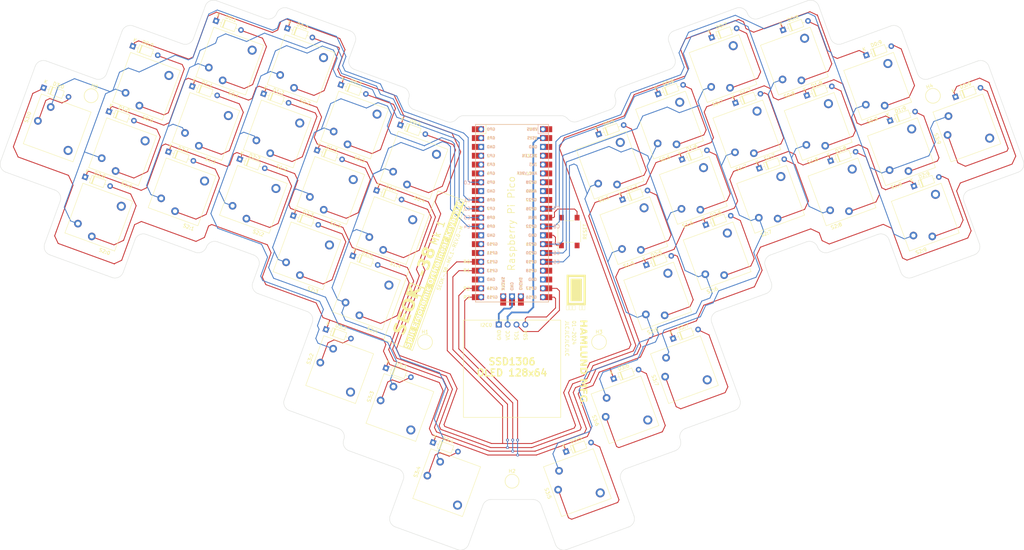
<source format=kicad_pcb>
(kicad_pcb (version 20221018) (generator pcbnew)
  (layers (0 "F.Cu" signal) (31 "B.Cu" signal) (34 "B.Paste" user) (35 "F.Paste" user) (36 "B.SilkS" user "B.Silkscreen") (37 "F.SilkS" user "F.Silkscreen") (38 "B.Mask" user) (39 "F.Mask" user) (44 "Edge.Cuts" user))
  (net 0 "")
  (footprint "ScottoKeebs_Choc:Choc_V1V2_1.00u" (layer "F.Cu") (at 263.923757 128.001131 -160)
    (fp_text reference "S1:6")
    (fp_text value "Choc_V1V2_1.00u")
  )
  (footprint "ScottoKeebs_Components:Diode_DO-35" (layer "F.Cu") (at 158.392872 167.943662 -20)
    (fp_text reference "D3:2")
    (fp_text value "1N4148")
  )
  (footprint "ScottoKeebs_Choc:Choc_V1V2_1.25u" (layer "F.Cu") (at 162.304131 179.47694 70)
    (fp_text reference "S3:2")
    (fp_text value "Choc_V1V2_1.25u")
  )
  (footprint "ScottoKeebs_Components:Diode_DO-35" (layer "F.Cu") (at 166.088323 146.800584 -20)
    (fp_text reference "D2:4")
    (fp_text value "1N4148")
  )
  (footprint "ScottoKeebs_Components:Diode_DO-35" (layer "F.Cu") (at 77.249366 98.503177 -20)
    (fp_text reference "D3:0")
    (fp_text value "1N4148")
  )
  (footprint "ScottoKeebs_Choc:Choc_V1V2_1.00u" (layer "F.Cu") (at 330.565908 135.670706 -160)
    (fp_text reference "S2:9")
    (fp_text value "Choc_V1V2_1.00u")
  )
  (footprint "ScottoKeebs_Components:Diode_DO-35" (layer "F.Cu") (at 241.042903 182.088724 20)
    (fp_text reference "D3:6")
    (fp_text value "1N4148")
  )
  (footprint "ScottoKeebs_Choc:Choc_V1V2_1.50u" (layer "F.Cu") (at 342.519357 110.036453 110)
    (fp_text reference "S3:9")
    (fp_text value "Choc_V1V2_1.50u")
  )
  (footprint "ScottoKeebs_Choc:Choc_V1V2_1.00u" (layer "F.Cu") (at 286.137802 130.557657 -160)
    (fp_text reference "S2:7")
    (fp_text value "Choc_V1V2_1.00u")
  )
  (footprint "ScottoKeebs_Components:Diode_DO-35" (layer "F.Cu") (at 327.316711 126.743634 20)
    (fp_text reference "D2:9")
    (fp_text value "1N4148")
  )
  (footprint "ScottoKeebs_Components:Diode_DO-35" (layer "F.Cu") (at 189.14017 200.41832 -20)
    (fp_text reference "D3:4")
    (fp_text value "1N4148")
  )
  (footprint "ScottoKeebs_Choc:Choc_V1V2_1.00u" (layer "F.Cu") (at 123.878639 109.621867 160)
    (fp_text reference "S1:1")
    (fp_text value "Choc_V1V2_1.00u")
  )
  (footprint "ScottoKeebs_Choc:Choc_V1V2_1.00u" (layer "F.Cu") (at 183.680397 120.746151 160)
    (fp_text reference "S0:4")
    (fp_text value "Choc_V1V2_1.00u")
  )
  (footprint "ScottoKeebs_Choc:Choc_V1V2_1.00u" (layer "F.Cu") (at 152.915845 146.794988 160)
    (fp_text reference "S2:3")
    (fp_text value "Choc_V1V2_1.00u")
  )
  (footprint "ScottoKeebs_Choc:Choc_V1V2_1.00u" (layer "F.Cu") (at 130.719038 90.828011 160)
    (fp_text reference "S0:1")
    (fp_text value "Choc_V1V2_1.00u")
  )
  (footprint "ScottoKeebs_Choc:Choc_V1V2_1.00u" (layer "F.Cu") (at 93.114075 135.670709 160)
    (fp_text reference "S2:0")
    (fp_text value "Choc_V1V2_1.00u")
  )
  (footprint "ScottoKeebs_Choc:Choc_V1V2_1.50u" (layer "F.Cu") (at 193.051439 211.951595 70)
    (fp_text reference "S3:4")
    (fp_text value "Choc_V1V2_1.50u")
  )
  (footprint "MountingHole:MountingHole_2.2mm_M2_ISO14580" (layer "F.Cu") (at 186.840002 171.540002)
    (fp_text reference "H1")
    (fp_text value "MountingHole_2.2mm_M2_ISO14580")
  )
  (footprint "ScottoKeebs_Choc:Choc_V1V2_1.25u" (layer "F.Cu") (at 261.375852 179.476935 110)
    (fp_text reference "S3:7")
    (fp_text value "Choc_V1V2_1.25u")
  )
  (footprint "ScottoKeebs_Components:Diode_DO-35" (layer "F.Cu") (at 227.379354 203.024515 20)
    (fp_text reference "D3:5")
    (fp_text value "1N4148")
  )
  (footprint "ScottoKeebs_Components:Diode_DO-35" (layer "F.Cu") (at 126.807769 79.294743 -20)
    (fp_text reference "D0:1")
    (fp_text value "1N4148")
  )
  (footprint "ScottoKeebs_Components:Diode_DO-35" (layer "F.Cu") (at 250.431205 149.406778 20)
    (fp_text reference "D2:5")
    (fp_text value "1N4148")
  )
  (footprint "ScottoKeebs_Choc:Choc_V1V2_1.00u" (layer "F.Cu") (at 270.764145 146.794988 -160)
    (fp_text reference "S2:6")
    (fp_text value "Choc_V1V2_1.00u")
  )
  (footprint "ScottoKeebs_Choc:Choc_V1V2_1.00u" (layer "F.Cu") (at 239.999592 120.74615 -160)
    (fp_text reference "S0:5")
    (fp_text value "Choc_V1V2_1.00u")
  )
  (footprint "ScottoKeebs_Choc:Choc_V1V2_1.00u" (layer "F.Cu") (at 253.680397 158.333856 -160)
    (fp_text reference "S2:5")
    (fp_text value "Choc_V1V2_1.00u")
  )
  (footprint "ScottoKeebs_Components:Diode_DO-35" (layer "F.Cu") (at 155.844977 116.467866 -20)
    (fp_text reference "D1:3")
    (fp_text value "1N4148")
  )
  (footprint "ScottoKeebs_Components:Diode_DO-35" (layer "F.Cu") (at 253.83415 100.280205 20)
    (fp_text reference "D0:6")
    (fp_text value "1N4148")
  )
  (footprint "ScottoKeebs_Choc:Choc_V1V2_1.00u" (layer "F.Cu") (at 117.038237 128.415715 160)
    (fp_text reference "S2:1")
    (fp_text value "Choc_V1V2_1.00u")
  )
  (footprint "ScottoKeebs_Components:Diode_DO-35" (layer "F.Cu") (at 147.311728 81.436682 -20)
    (fp_text reference "D0:2")
    (fp_text value "1N4148")
  )
  (footprint "ScottoKeebs_Choc:Choc_V1V2_1.00u" (layer "F.Cu") (at 169.999593 158.33386 160)
    (fp_text reference "S2:4")
    (fp_text value "Choc_V1V2_1.00u")
  )
  (footprint "ScottoKeebs_Choc:Choc_V1V2_1.00u" (layer "F.Cu") (at 106.794894 98.083002 160)
    (fp_text reference "S0:0")
    (fp_text value "Choc_V1V2_1.00u")
  )
  (footprint "MountingHole:MountingHole_2.2mm_M2_ISO14580" (layer "F.Cu") (at 211.840001 211.540004)
    (fp_text reference "H2")
    (fp_text value "MountingHole_2.2mm_M2_ISO14580")
  )
  (footprint "ScottoKeebs_Choc:Choc_V1V2_1.00u" (layer "F.Cu") (at 151.222999 92.969958 160)
    (fp_text reference "S0:2")
    (fp_text value "Choc_V1V2_1.00u")
  )
  (footprint "ScottoKeebs_Components:Diode_DO-35" (layer "F.Cu") (at 140.471319 100.230531 -20)
    (fp_text reference "D1:2")
    (fp_text value "1N4148")
  )
  (footprint "MountingHole:MountingHole_2.2mm_M2_ISO14580" (layer "F.Cu") (at 90.90303 100.812262 -20)
    (fp_text reference "H0")
    (fp_text value "MountingHole_2.2mm_M2_ISO14580")
  )
  (footprint "ScottoKeebs_Components:Diode_DO-35" (layer "F.Cu") (at 172.928722 128.006731 -20)
    (fp_text reference "D1:4")
    (fp_text value "1N4148")
  )
  (footprint "ScottoKeebs_Components:Diode_DO-35" (layer "F.Cu") (at 89.202813 124.137438 -20)
    (fp_text reference "D2:0")
    (fp_text value "1N4148")
  )
  (footprint "ScottoKeebs_Components:Diode_DO-35" (layer "F.Cu") (at 236.7504 111.81907 20)
    (fp_text reference "D0:5")
    (fp_text value "1N4148")
  )
  (footprint "ScottoKeebs_Choc:Choc_V1V2_1.00u" (layer "F.Cu") (at 299.801353 109.621867 -160)
    (fp_text reference "S1:8")
    (fp_text value "Choc_V1V2_1.00u")
  )
  (footprint "ScottoKeebs_Choc:Choc_V1V2_1.00u" (layer "F.Cu") (at 176.84 139.540005 160)
    (fp_text reference "S1:4")
    (fp_text value "Choc_V1V2_1.00u")
  )
  (footprint "MountingHole:MountingHole_2.2mm_M2_ISO14580" (layer "F.Cu") (at 332.77696 100.812261 20)
    (fp_text reference "H4")
    (fp_text value "MountingHole_2.2mm_M2_ISO14580")
  )
  (footprint "ScottoKeebs_Choc:Choc_V1V2_1.00u" (layer "F.Cu") (at 99.954479 116.876851 160)
    (fp_text reference "S1:0")
    (fp_text value "Choc_V1V2_1.00u")
  )
  (footprint "ScottoKeebs_MCU:Raspberry_Pi_Pico" (layer "F.Cu") (at 211.839999 134.540001)
    (fp_text reference "REF**" hide)
    (fp_text value "Raspberry_Pi_Pico" hide)
  )
  (footprint "ScottoKeebs_Choc:Choc_V1V2_1.50u" (layer "F.Cu") (at 230.628552 211.951589 110)
    (fp_text reference "S3:5")
    (fp_text value "Choc_V1V2_1.50u")
  )
  (footprint "ScottoKeebs_Choc:Choc_V1V2_1.25u" (layer "F.Cu") (at 244.2921 191.015806 110)
    (fp_text reference "S3:6")
    (fp_text value "Choc_V1V2_1.25u")
  )
  (footprint "ScottoKeebs_Components:Diode_DO-35" (layer "F.Cu") (at 149.004568 135.261715 -20)
    (fp_text reference "D2:3")
    (fp_text value "1N4148")
  )
  (footprint "ScottoKeebs_Components:Diode_DO-35" (layer "F.Cu") (at 267.51496 137.867913 20)
    (fp_text reference "D2:6")
    (fp_text value "1N4148")
  )
  (footprint "ScottoKeebs_Components:Diode_DO-35" (layer "F.Cu") (at 113.126976 116.882447 -20)
    (fp_text reference "D2:1")
    (fp_text value "1N4148")
  )
  (footprint "ScottoKeebs_Components:Diode_DO-35" (layer "F.Cu") (at 243.590808 130.612923 20)
    (fp_text reference "D1:5")
    (fp_text value "1N4148")
  )
  (footprint "ScottoKeebs_Choc:Choc_V1V2_1.00u" (layer "F.Cu") (at 137.542195 130.557661 160)
    (fp_text reference "S2:2")
    (fp_text value "Choc_V1V2_1.00u")
  )
  (footprint "ScottoKeebs_Components:Diode_DO-35" (layer "F.Cu") (at 269.207804 84.042877 20)
    (fp_text reference "D0:7")
    (fp_text value "1N4148")
  )
  (footprint "ScottoKeebs_Components:Diode_DO-35" (layer "F.Cu") (at 282.888609 121.630579 20)
    (fp_text reference "S2:7")
    (fp_text value "1N4148")
  )
  (footprint "ScottoKeebs_Components:Diode_DO-35" (layer "F.Cu") (at 296.552162 100.694779 20)
    (fp_text reference "D1:8")
    (fp_text value "1N4148")
  )
  (footprint "ScottoKeebs_Choc:Choc_V1V2_1.00u" (layer "F.Cu") (at 257.083344 109.207278 -160)
    (fp_text reference "S0:6")
    (fp_text value "Choc_V1V2_1.00u")
  )
  (footprint "ScottoKeebs_Choc:Choc_V1V2_1.00u" (layer "F.Cu") (at 159.756237 128.001136 160)
    (fp_text reference "S1:3")
    (fp_text value "Choc_V1V2_1.00u")
  )
  (footprint "ScottoKeebs_Choc:Choc_V1V2_1.00u" (layer "F.Cu") (at 279.297401 111.763806 -160)
    (fp_text reference "S1:7")
    (fp_text value "Choc_V1V2_1.00u")
  )
  (footprint "ScottoKeebs_Components:Diode_DO-35" (layer "F.Cu") (at 320.476315 107.949775 20)
    (fp_text reference "D1:9")
    (fp_text value "1N4148")
  )
  (footprint "ScottoKeebs_Choc:Choc_V1V2_1.00u" (layer "F.Cu") (at 272.456996 92.969958 -160)
    (fp_text reference "S0:7")
    (fp_text value "Choc_V1V2_1.00u")
  )
  (footprint "ScottoKeebs_Components:Diode_DO-35" (layer "F.Cu") (at 119.967367 98.088588 -20)
    (fp_text reference "D1:1")
    (fp_text value "1N4148")
  )
  (footprint "ScottoKeebs_Components:Diode_DO-35" (layer "F.Cu") (at 289.711756 81.900933 20)
    (fp_text reference "D0:8")
    (fp_text value "1N4148")
  )
  (footprint "ScottoKeebs_Components:Diode_DO-35" (layer "F.Cu") (at 303.39256 119.488634 20)
    (fp_text reference "D2:8")
    (fp_text value "1N4148")
  )
  (footprint "ScottoKeebs_Components:Diode_DO-35" (layer "F.Cu") (at 179.769144 109.212881 -20)
    (fp_text reference "D0:4")
    (fp_text value "1N4148")
  )
  (footprint "ScottoKeebs_Choc:Choc_V1V2_1.25u" (layer "F.Cu") (at 179.627299 190.358016 70)
    (fp_text reference "S3:3")
    (fp_text value "Choc_V1V2_1.25u")
  )
  (footprint "ScottoKeebs_Components:Diode_DO-35" (layer "F.Cu") (at 96.043216 105.343578 -20)
    (fp_text reference "D1:0")
    (fp_text value "1N4148")
  )
  (footprint "MountingHole:MountingHole_2.2mm_M2_ISO14580" (layer "F.Cu") (at 236.84 171.539999)
    (fp_text reference "H3")
    (fp_text value "MountingHole_2.2mm_M2_ISO14580")
  )
  (footprint "ScottoKeebs_Components:Diode_DO-35" (layer "F.Cu") (at 102.883623 86.549728 -20)
    (fp_text reference "D0:0")
    (fp_text value "1N4148")
  )
  (footprint "ScottoKeebs_Components:Diode_DO-35" (layer "F.Cu") (at 133.630924 119.024382 -20)
    (fp_text reference "D2:2")
    (fp_text value "1N4148")
  )
  (footprint "ScottoKeebs_Components:Diode_DO-35" (layer "F.Cu") (at 258.126665 170.549856 20)
    (fp_text reference "S3:7")
    (fp_text value "1N4148")
  )
  (footprint "ScottoKeebs_Components:Diode_DO-35" (layer "F.Cu") (at 162.685381 97.674009 -20)
    (fp_text reference "D0:3")
    (fp_text value "1N4148")
  )
  (footprint "ScottoKeebs_Components:Diode_DO-35" (layer "F.Cu") (at 175.61601 179.038707 -20)
    (fp_text reference "D3:3")
    (fp_text value "1N4148")
  )
  (footprint "ScottoKeebs_Choc:Choc_V1V2_1.00u" (layer "F.Cu") (at 292.960953 90.828014 -160)
    (fp_text reference "S0:8")
    (fp_text value "Choc_V1V2_1.00u")
  )
  (footprint "ScottoKeebs_Components:Diode_DO-35" (layer "F.Cu") (at 313.63591 89.155921 20)
    (fp_text reference "D0:9")
    (fp_text value "1N4148")
  )
  (footprint "ScottoKeebs_Components:Diode_DO-35" (layer "F.Cu") (at 339.270173 101.10937 20)
    (fp_text reference "D3:9")
    (fp_text value "1N4148")
  )
  (footprint "ScottoKeebs_Components:OLED_128x64" (layer "F.Cu") (at 211.839999 166.540001)
    (fp_text reference "REF**" hide)
    (fp_text value "OLED_128x64")
  )
  (footprint "ScottoKeebs_Choc:Choc_V1V2_1.00u" (layer "F.Cu") (at 144.38259 111.763808 160)
    (fp_text reference "S1:2")
    (fp_text value "Choc_V1V2_1.00u")
  )
  (footprint "ScottoKeebs_Components:Diode_DO-35" (layer "F.Cu") (at 276.048202 102.836721 20)
    (fp_text reference "D1:7")
    (fp_text value "1N4148")
  )
  (footprint "ScottoKeebs_Choc:Choc_V1V2_1.00u" (layer "F.Cu") (at 306.641751 128.415713 -160)
    (fp_text reference "S2:8")
    (fp_text value "Choc_V1V2_1.00u")
  )
  (footprint "ScottoKeebs_Choc:Choc_V1V2_1.00u" (layer "F.Cu") (at 246.839992 139.54 -160)
    (fp_text reference "S1:5")
    (fp_text value "Choc_V1V2_1.00u")
  )
  (footprint "ScottoKeebs_Choc:Choc_V1V2_1.00u" (layer "F.Cu") (at 316.885099 98.083006 -160)
    (fp_text reference "S0:9")
    (fp_text value "Choc_V1V2_1.00u")
  )
  (footprint "ScottoKeebs_Choc:Choc_V1V2_1.00u" (layer "F.Cu") (at 323.725505 116.876853 -160)
    (fp_text reference "S1:9")
    (fp_text value "Choc_V1V2_1.00u")
  )
  (footprint "Button_Switch_SMD:SW_SPST_Omron_B3FS-101xP" (layer "F.Cu") (at 228.276959 139.812263 90)
    (fp_text reference "RESET")
    (fp_text value "SW_SPST_Omron_B3FS-101xP")
  )
  (footprint "ScottoKeebs_Choc:Choc_V1V2_1.50u" (layer "F.Cu") (at 81.16063 110.036451 70)
    (fp_text reference "S3:0")
    (fp_text value "Choc_V1V2_1.50u")
  )
  (footprint "ScottoKeebs_Choc:Choc_V1V2_1.00u" (layer "F.Cu") (at 166.596649 109.207289 160)
    (fp_text reference "S0:3")
    (fp_text value "Choc_V1V2_1.00u")
  )
  (footprint "ScottoKeebs_Components:Diode_DO-35" (layer "F.Cu") (at 260.674554 119.074051 20)
    (fp_text reference "D1:6")
    (fp_text value "1N4148")
  )
  (gr_line (start 174.965748 170.891489) (end 190.565748 128.141489) (stroke (width 0.15)) (layer "F.SilkS"))
  (gr_circle (center 186.840002 171.540002) (end 188.339999 173.04) (stroke (width 0.15)) (fill none) (layer "F.SilkS"))
  (gr_circle (center 90.903031 100.79) (end 92.903031 100.790002) (stroke (width 0.15)) (fill none) (layer "F.SilkS"))
  (gr_circle (center 236.84 171.540001) (end 238.339997 173.039999) (stroke (width 0.15)) (fill none) (layer "F.SilkS"))
  (gr_circle (center 332.77696 100.812261) (end 334.27696 102.312262) (stroke (width 0.15)) (fill none) (layer "F.SilkS"))
  (gr_poly (pts (xy 197.87696 165.262262) (xy 225.826959 165.262261) (xy 225.826961 193.212262) (xy 197.87696 193.21226)) (stroke (width 0.15)) (fill none) (layer "F.SilkS"))
  (gr_line (start 190.565748 128.141489) (end 198.865748 131.141489) (stroke (width 0.15)) (layer "F.SilkS"))
  (gr_circle (center 211.84 211.54) (end 213.839999 211.540001) (stroke (width 0.15)) (fill none) (layer "F.SilkS"))
  (gr_line (start 183.215748 173.991489) (end 198.865748 131.141489) (stroke (width 0.15)) (layer "F.SilkS"))
  (gr_line (start 183.215748 173.991489) (end 174.965748 170.891489) (stroke (width 0.15)) (layer "F.SilkS"))
  (gr_line (start 257.121352 93.230785) (end 243.025966 98.361084) (stroke (width 0.1)) (layer "Edge.Cuts"))
  (gr_arc (start 164.988495 202.801692) (mid 163.577795 201.509008) (end 163.494308 199.597411) (stroke (width 0.1)) (layer "Edge.Cuts"))
  (gr_arc (start 316.940368 140.630002) (mid 318.851986 140.713447) (end 320.144646 142.12418) (stroke (width 0.1)) (layer "Edge.Cuts"))
  (gr_line (start 166.774561 85.328044) (end 165.064454 90.026501) (stroke (width 0.1)) (layer "Edge.Cuts"))
  (gr_line (start 227.515809 231.17556) (end 245.369966 224.677178) (stroke (width 0.1)) (layer "Edge.Cuts"))
  (gr_arc (start 165.280372 82.12376) (mid 166.691103 83.416427) (end 166.774561 85.328044) (stroke (width 0.1)) (layer "Edge.Cuts"))
  (gr_line (start 182.148208 101.56536) (end 182.148208 101.56536) (stroke (width 0.1)) (layer "Edge.Cuts"))
  (gr_arc (start 296.436408 142.771925) (mid 298.348052 142.855336) (end 299.6407 144.266117) (stroke (width 0.1)) (layer "Edge.Cuts"))
  (gr_line (start 120.297779 84.374534) (end 123.717982 74.977613) (stroke (width 0.1)) (layer "Edge.Cuts"))
  (gr_line (start 343.165388 127.892334) (end 357.260778 122.762039) (stroke (width 0.1)) (layer "Edge.Cuts"))
  (gr_line (start 261.679868 196.393136) (end 275.775261 191.262826) (stroke (width 0.1)) (layer "Edge.Cuts"))
  (gr_line (start 137.580185 146.534162) (end 127.243582 142.771941) (stroke (width 0.1)) (layer "Edge.Cuts"))
  (gr_line (start 302.844972 145.760307) (end 316.940368 140.630002) (stroke (width 0.1)) (layer "Edge.Cuts"))
  (gr_arc (start 196.202606 107.228252) (mid 197.008741 106.69651) (end 197.956271 106.510005) (stroke (width 0.1)) (layer "Edge.Cuts"))
  (gr_line (start 220.198835 218.434405) (end 224.311532 229.681377) (stroke (width 0.1)) (layer "Edge.Cuts"))
  (gr_line (start 345.632092 90.812485) (end 331.536707 95.942781) (stroke (width 0.1)) (layer "Edge.Cuts"))
  (gr_line (start 320.144646 142.12418) (end 323.564849 151.5211) (stroke (width 0.1)) (layer "Edge.Cuts"))
  (gr_arc (start 286.315711 154.436905) (mid 286.232335 156.348529) (end 284.821531 157.641186) (stroke (width 0.1)) (layer "Edge.Cuts"))
  (gr_line (start 279.458051 77.119556) (end 279.458051 77.119556) (stroke (width 0.1)) (layer "Edge.Cuts"))
  (gr_arc (start 320.681881 80.738421) (mid 322.593527 80.821814) (end 323.886165 82.232612) (stroke (width 0.1)) (layer "Edge.Cuts"))
  (gr_line (start 196.202606 107.228252) (end 195.760565 107.663323) (stroke (width 0.1)) (layer "Edge.Cuts"))
  (gr_arc (start 230.656723 108.184007) (mid 229.265585 108.27656) (end 228.041166 107.609773) (stroke (width 0.1)) (layer "Edge.Cuts"))
  (gr_line (start 326.769134 153.015287) (end 344.623284 146.516899) (stroke (width 0.1)) (layer "Edge.Cuts"))
  (gr_arc (start 241.53178 101.565369) (mid 241.615225 99.653762) (end 243.025966 98.361084) (stroke (width 0.1)) (layer "Edge.Cuts"))
  (gr_line (start 179.083876 207.932002) (end 164.988495 202.801692) (stroke (width 0.1)) (layer "Edge.Cuts"))
  (gr_line (start 103.535331 142.124184) (end 100.115144 151.5211) (stroke (width 0.1)) (layer "Edge.Cuts"))
  (gr_arc (start 331.536707 95.942781) (mid 329.625211 95.859141) (end 328.332428 94.448615) (stroke (width 0.1)) (layer "Edge.Cuts"))
  (gr_arc (start 138.858453 157.641195) (mid 137.447659 156.348526) (end 137.36427 154.436904) (stroke (width 0.1)) (layer "Edge.Cuts"))
  (gr_line (start 346.11747 143.312621) (end 341.671206 131.096621) (stroke (width 0.1)) (layer "Edge.Cuts"))
  (gr_line (start 240.037603 104.76965) (end 230.656723 108.184007) (stroke (width 0.1)) (layer "Edge.Cuts"))
  (gr_arc (start 256.905432 85.328042) (mid 256.988957 83.416465) (end 258.399611 82.123754) (stroke (width 0.1)) (layer "Edge.Cuts"))
  (gr_line (start 146.410553 188.058543) (end 154.448017 165.97577) (stroke (width 0.1)) (layer "Edge.Cuts"))
  (gr_arc (start 144.221931 77.11956) (mid 142.929246 78.530238) (end 141.017657 78.613737) (stroke (width 0.1)) (layer "Edge.Cuts"))
  (gr_line (start 196.164184 231.175563) (end 178.310025 224.677175) (stroke (width 0.1)) (layer "Edge.Cuts"))
  (gr_arc (start 99.793826 82.2326) (mid 101.08649 80.821853) (end 102.998107 80.738425) (stroke (width 0.1)) (layer "Edge.Cuts"))
  (gr_line (start 64.925025 119.557758) (end 74.843609 92.306665) (stroke (width 0.1)) (layer "Edge.Cuts"))
  (gr_arc (start 276.253772 75.625374) (mid 278.165393 75.708823) (end 279.458051 77.119556) (stroke (width 0.1)) (layer "Edge.Cuts"))
  (gr_arc (start 277.269436 188.058548) (mid 277.186033 189.970161) (end 275.775261 191.262826) (stroke (width 0.1)) (layer "Edge.Cuts"))
  (gr_line (start 296.757726 73.483437) (end 282.662342 78.613731) (stroke (width 0.1)) (layer "Edge.Cuts"))
  (gr_arc (start 144.221931 77.11956) (mid 145.514631 75.708834) (end 147.426221 75.625374) (stroke (width 0.1)) (layer "Edge.Cuts"))
  (gr_line (start 199.368455 229.681382) (end 203.460742 218.437932) (stroke (width 0.1)) (layer "Edge.Cuts"))
  (gr_arc (start 260.185682 199.597406) (mid 260.102302 201.509042) (end 258.691498 202.801697) (stroke (width 0.1)) (layer "Edge.Cuts"))
  (gr_line (start 166.558637 93.230781) (end 180.654026 98.361091) (stroke (width 0.1)) (layer "Edge.Cuts"))
  (gr_arc (start 284.605607 149.738443) (mid 284.689129 147.826876) (end 286.099786 146.534164) (stroke (width 0.1)) (layer "Edge.Cuts"))
  (gr_arc (start 166.558637 93.230781) (mid 165.147865 91.93813) (end 165.064454 90.026501) (stroke (width 0.1)) (layer "Edge.Cuts"))
  (gr_arc (start 296.757726 73.483437) (mid 298.669383 73.566793) (end 299.962011 74.977617) (stroke (width 0.1)) (layer "Edge.Cuts"))
  (gr_line (start 147.426221 75.625374) (end 165.280372 82.12376) (stroke (width 0.1)) (layer "Edge.Cuts"))
  (gr_arc (start 227.515809 231.17556) (mid 225.604277 231.09198) (end 224.311532 229.681377) (stroke (width 0.1)) (layer "Edge.Cuts"))
  (gr_arc (start 341.671206 131.096621) (mid 341.754744 129.185051) (end 343.165388 127.892334) (stroke (width 0.1)) (layer "Edge.Cuts"))
  (gr_line (start 78.047895 90.81248) (end 92.143281 95.942786) (stroke (width 0.1)) (layer "Edge.Cuts"))
  (gr_arc (start 246.864154 221.472896) (mid 246.780781 223.384534) (end 245.369966 224.677178) (stroke (width 0.1)) (layer "Edge.Cuts"))
  (gr_arc (start 80.514592 127.892331) (mid 81.925277 129.185047) (end 82.008779 131.096621) (stroke (width 0.1)) (layer "Edge.Cuts"))
  (gr_line (start 120.835008 145.760298) (end 106.739626 140.630003) (stroke (width 0.1)) (layer "Edge.Cuts"))
  (gr_arc (start 183.642389 104.769642) (mid 182.231664 103.476969) (end 182.148208 101.56536) (stroke (width 0.1)) (layer "Edge.Cuts"))
  (gr_line (start 126.922265 73.483438) (end 141.017657 78.613737) (stroke (width 0.1)) (layer "Edge.Cuts"))
  (gr_arc (start 103.535331 142.124184) (mid 104.828029 140.713502) (end 106.739626 140.630003) (stroke (width 0.1)) (layer "Edge.Cuts"))
  (gr_line (start 276.253772 75.625374) (end 258.399611 82.123754) (stroke (width 0.1)) (layer "Edge.Cuts"))
  (gr_line (start 95.34756 94.44861) (end 99.793826 82.2326) (stroke (width 0.1)) (layer "Edge.Cuts"))
  (gr_arc (start 258.615535 90.026502) (mid 258.532159 91.938132) (end 257.121352 93.230785) (stroke (width 0.1)) (layer "Edge.Cuts"))
  (gr_line (start 176.815835 221.472894) (end 180.578063 211.136274) (stroke (width 0.1)) (layer "Edge.Cuts"))
  (gr_arc (start 358.754958 119.557755) (mid 358.671487 121.469339) (end 357.260778 122.762039) (stroke (width 0.1)) (layer "Edge.Cuts"))
  (gr_line (start 77.562521 143.31262) (end 82.008779 131.096621) (stroke (width 0.1)) (layer "Edge.Cuts"))
  (gr_line (start 162.000124 196.393128) (end 147.904734 191.262829) (stroke (width 0.1)) (layer "Edge.Cuts"))
  (gr_line (start 277.269436 188.058548) (end 269.231957 165.975771) (stroke (width 0.1)) (layer "Edge.Cuts"))
  (gr_arc (start 225.902809 106.51) (mid 226.854791 106.698325) (end 227.663315 107.235009) (stroke (width 0.1)) (layer "Edge.Cuts"))
  (gr_arc (start 79.056702 146.516904) (mid 77.645988 145.224203) (end 77.562521 143.31262) (stroke (width 0.1)) (layer "Edge.Cuts"))
  (gr_line (start 163.494308 199.597411) (end 163.494308 199.597411) (stroke (width 0.1)) (layer "Edge.Cuts"))
  (gr_line (start 205.809971 216.792976) (end 217.850886 216.792975) (stroke (width 0.1)) (layer "Edge.Cuts"))
  (gr_arc (start 162.000124 196.393128) (mid 163.410846 197.685818) (end 163.494308 199.597411) (stroke (width 0.1)) (layer "Edge.Cuts"))
  (gr_arc (start 217.850886 216.792975) (mid 219.283304 217.244005) (end 220.198835 218.434405) (stroke (width 0.1)) (layer "Edge.Cuts"))
  (gr_arc (start 203.460742 218.437932) (mid 204.376035 217.245116) (end 205.809971 216.792976) (stroke (width 0.1)) (layer "Edge.Cuts"))
  (gr_arc (start 180.654026 98.361091) (mid 182.064707 99.653774) (end 182.148208 101.56536) (stroke (width 0.1)) (layer "Edge.Cuts"))
  (gr_arc (start 123.717982 74.977613) (mid 125.010631 73.566835) (end 126.922265 73.483438) (stroke (width 0.1)) (layer "Edge.Cuts"))
  (gr_line (start 183.642389 104.769642) (end 193.151843 108.230811) (stroke (width 0.1)) (layer "Edge.Cuts"))
  (gr_line (start 137.36427 154.436904) (end 139.074377 149.738445) (stroke (width 0.1)) (layer "Edge.Cuts"))
  (gr_arc (start 120.297779 84.374534) (mid 119.005111 85.785253) (end 117.093502 85.868718) (stroke (width 0.1)) (layer "Edge.Cuts"))
  (gr_line (start 197.956271 106.510005) (end 225.902809 106.51) (stroke (width 0.1)) (layer "Edge.Cuts"))
  (gr_line (start 244.596108 207.932) (end 258.691498 202.801697) (stroke (width 0.1)) (layer "Edge.Cuts"))
  (gr_arc (start 66.419208 122.762027) (mid 65.008484 121.469363) (end 64.925025 119.557758) (stroke (width 0.1)) (layer "Edge.Cuts"))
  (gr_line (start 256.905432 85.328042) (end 258.615535 90.026502) (stroke (width 0.1)) (layer "Edge.Cuts"))
  (gr_arc (start 346.11747 143.312621) (mid 346.034082 145.224246) (end 344.623284 146.516899) (stroke (width 0.1)) (layer "Edge.Cuts"))
  (gr_arc (start 269.231957 165.975771) (mid 269.3154 164.064162) (end 270.726139 162.771487) (stroke (width 0.1)) (layer "Edge.Cuts"))
  (gr_arc (start 147.904734 191.262829) (mid 146.4941 189.970106) (end 146.410553 188.058543) (stroke (width 0.1)) (layer "Edge.Cuts"))
  (gr_line (start 320.681881 80.738421) (end 306.586493 85.868718) (stroke (width 0.1)) (layer "Edge.Cuts"))
  (gr_arc (start 199.368455 229.681382) (mid 198.075741 231.092006) (end 196.164184 231.175563) (stroke (width 0.1)) (layer "Edge.Cuts"))
  (gr_line (start 270.726139 162.771487) (end 284.821531 157.641186) (stroke (width 0.1)) (layer "Edge.Cuts"))
  (gr_arc (start 74.843609 92.306665) (mid 76.136306 90.895983) (end 78.047895 90.81248) (stroke (width 0.1)) (layer "Edge.Cuts"))
  (gr_arc (start 326.769134 153.015287) (mid 324.857563 152.931785) (end 323.564849 151.5211) (stroke (width 0.1)) (layer "Edge.Cuts"))
  (gr_arc (start 124.039292 144.266123) (mid 122.746606 145.676859) (end 120.835008 145.760298) (stroke (width 0.1)) (layer "Edge.Cuts"))
  (gr_line (start 358.754958 119.557755) (end 348.836379 92.306665) (stroke (width 0.1)) (layer "Edge.Cuts"))
  (gr_arc (start 179.083876 207.932002) (mid 180.494581 209.224694) (end 180.578063 211.136274) (stroke (width 0.1)) (layer "Edge.Cuts"))
  (gr_arc (start 152.953847 162.771484) (mid 154.36458 164.064151) (end 154.448017 165.97577) (stroke (width 0.1)) (layer "Edge.Cuts"))
  (gr_line (start 102.998107 80.738425) (end 117.093502 85.868718) (stroke (width 0.1)) (layer "Edge.Cuts"))
  (gr_line (start 286.315711 154.436905) (end 284.605607 149.738443) (stroke (width 0.1)) (layer "Edge.Cuts"))
  (gr_line (start 246.864154 221.472896) (end 243.101931 211.136279) (stroke (width 0.1)) (layer "Edge.Cuts"))
  (gr_line (start 80.514592 127.892331) (end 66.419208 122.762027) (stroke (width 0.1)) (layer "Edge.Cuts"))
  (gr_arc (start 100.115144 151.5211) (mid 98.822475 152.931878) (end 96.910859 153.015283) (stroke (width 0.1)) (layer "Edge.Cuts"))
  (gr_line (start 299.6407 144.266117) (end 299.6407 144.266117) (stroke (width 0.1)) (layer "Edge.Cuts"))
  (gr_arc (start 243.101931 211.136279) (mid 243.185431 209.224696) (end 244.596108 207.932) (stroke (width 0.1)) (layer "Edge.Cuts"))
  (gr_arc (start 178.310025 224.677175) (mid 176.899318 223.384495) (end 176.815835 221.472894) (stroke (width 0.1)) (layer "Edge.Cuts"))
  (gr_line (start 260.185682 199.597406) (end 260.185682 199.597406) (stroke (width 0.1)) (layer "Edge.Cuts"))
  (gr_line (start 152.953847 162.771484) (end 138.858453 157.641195) (stroke (width 0.1)) (layer "Edge.Cuts"))
  (gr_line (start 96.910859 153.015283) (end 79.056702 146.516904) (stroke (width 0.1)) (layer "Edge.Cuts"))
  (gr_arc (start 241.53178 101.565369) (mid 241.448364 103.476977) (end 240.037603 104.76965) (stroke (width 0.1)) (layer "Edge.Cuts"))
  (gr_arc (start 137.580185 146.534162) (mid 138.990797 147.826885) (end 139.074377 149.738445) (stroke (width 0.1)) (layer "Edge.Cuts"))
  (gr_line (start 286.099786 146.534164) (end 296.436408 142.771925) (stroke (width 0.1)) (layer "Edge.Cuts"))
  (gr_line (start 144.221931 77.11956) (end 144.221931 77.11956) (stroke (width 0.1)) (layer "Edge.Cuts"))
  (gr_arc (start 302.844972 145.760307) (mid 300.933403 145.676831) (end 299.6407 144.266117) (stroke (width 0.1)) (layer "Edge.Cuts"))
  (gr_arc (start 282.662342 78.613731) (mid 280.750809 78.530174) (end 279.458051 77.119556) (stroke (width 0.1)) (layer "Edge.Cuts"))
  (gr_arc (start 95.34756 94.44861) (mid 94.054866 95.859278) (end 92.143281 95.942786) (stroke (width 0.1)) (layer "Edge.Cuts"))
  (gr_arc (start 306.586493 85.868718) (mid 304.674949 85.785195) (end 303.382214 84.374547) (stroke (width 0.1)) (layer "Edge.Cuts"))
  (gr_line (start 303.382214 84.374547) (end 299.962011 74.977617) (stroke (width 0.1)) (layer "Edge.Cuts"))
  (gr_arc (start 195.760565 107.663323) (mid 194.538291 108.324416) (end 193.151843 108.230811) (stroke (width 0.1)) (layer "Edge.Cuts"))
  (gr_line (start 241.53178 101.565369) (end 241.53178 101.565369) (stroke (width 0.1)) (layer "Edge.Cuts"))
  (gr_line (start 124.039292 144.266123) (end 124.039292 144.266123) (stroke (width 0.1)) (layer "Edge.Cuts"))
  (gr_arc (start 260.185682 199.597406) (mid 260.269229 197.685843) (end 261.679868 196.393136) (stroke (width 0.1)) (layer "Edge.Cuts"))
  (gr_arc (start 345.632092 90.812485) (mid 347.543701 90.895946) (end 348.836379 92.306665) (stroke (width 0.1)) (layer "Edge.Cuts"))
  (gr_line (start 227.663315 107.235009) (end 228.041166 107.609773) (stroke (width 0.1)) (layer "Edge.Cuts"))
  (gr_arc (start 124.039292 144.266123) (mid 125.331944 142.855286) (end 127.243582 142.771941) (stroke (width 0.1)) (layer "Edge.Cuts"))
  (gr_line (start 328.332428 94.448615) (end 323.886165 82.232612) (stroke (width 0.1)) (layer "Edge.Cuts"))
  (gr_text "C5" (at 225.72696 149.162261) (layer "B.SilkS") (effects (font (size 1 1)) (justify left bottom mirror)))
  (gr_text "C9\n" (at 225.72696 133.66226) (layer "B.SilkS") (effects (font (size 1 1)) (justify left bottom mirror)))
  (gr_text "C3" (at 200.02696 136.362264) (layer "B.SilkS") (effects (font (size 1 1)) (justify left bottom mirror)))
  (gr_text "C2" (at 200.026959 133.862262) (layer "B.SilkS") (effects (font (size 1 1)) (justify left bottom mirror)))
  (gr_text "C7" (at 225.726961 144.062262) (layer "B.SilkS") (effects (font (size 1 1)) (justify left bottom mirror)))
  (gr_text "C4" (at 200.02696 138.962262) (layer "B.SilkS") (effects (font (size 1 1)) (justify left bottom mirror)))
  (gr_text "C0" (at 200.026959 126.362261) (layer "B.SilkS") (effects (font (size 1 1)) (justify left bottom mirror)))
  (gr_text "C8\n" (at 225.72696 138.962261) (layer "B.SilkS") (effects (font (size 1 1)) (justify left bottom mirror)))
  (gr_text "C6" (at 225.726959 146.562262) (layer "B.SilkS") (effects (font (size 1 1)) (justify left bottom mirror)))
  (gr_text "C1" (at 200.02696 131.362262) (layer "B.SilkS") (effects (font (size 1 1)) (justify left bottom mirror)))
  (gr_text "SEOK-38-MK.1-REV.0-M" (at 191.165748 156.991489 70) (layer "F.SilkS") (effects (font (size 1 1)) (justify left bottom)))
  (gr_text "01-2024" (at 229.054699 165.290002 -90) (layer "F.SilkS") (effects (font (size 1 1)) (justify left bottom)))
  (gr_text "SEOK" (at 181.265744 170.141488 70) (layer "F.SilkS") (effects (font (size 3.5 3.5) (thickness 0.3) bold) (justify left bottom)))
  (gr_text "Raspberry Pi Pico" (at 212.826961 151.262261 90) (layer "F.SilkS") (effects (font (size 2 2) (thickness 0.2) bold) (justify left bottom)))
  (gr_text "R0" (at 197.735445 149.119239) (layer "F.SilkS") (effects (font (size 1 1)) (justify left bottom)))
  (gr_text "JLCJLCJLCJLC" (at 227.054699 165.290001 -90) (layer "F.SilkS") (effects (font (size 1 1)) (justify left bottom)))
  (gr_text "햄룬드  제조" (at 227.315748 162.291489) (layer "F.SilkS") (effects (font (size 1.1 1.1)) (justify left bottom)))
  (gr_text "햄" (at 227.77696 159.81226) (layer "F.SilkS" knockout) (effects (font (size 6 6) (thickness 0.3) bold) (justify left bottom)))
  (gr_text "HAMLUND MFG." (at 231.104699 165.090001 -90) (layer "F.SilkS") (effects (font (size 2 2) (thickness 0.4) bold) (justify left bottom)))
  (gr_text "Mk 1" (at 190.25 144.2 70) (layer "F.SilkS") (effects (font (size 2 2) (thickness 0.32)) (justify left bottom)))
  (gr_text "SSD1306\nOLED 128x64" (at 211.82696 181.562262) (layer "F.SilkS") (effects (font (size 2 2) (thickness 0.4) bold) (justify bottom)))
  (gr_text "I2C0" (at 202.626961 167.262263) (layer "F.SilkS") (effects (font (size 1 1)) (justify left bottom)))
  (gr_text "SCL" (at 213.726958 171.162262 90) (layer "F.SilkS") (effects (font (size 1 1)) (justify left bottom)))
  (gr_text "GND" (at 208.726962 171.162261 90) (layer "F.SilkS") (effects (font (size 1 1)) (justify left bottom)))
  (gr_text "R1" (at 197.73545 151.619241) (layer "F.SilkS") (effects (font (size 1 1)) (justify left bottom)))
  (gr_text "R2" (at 197.735443 156.81924) (layer "F.SilkS") (effects (font (size 1 1)) (justify left bottom)))
  (gr_text "-38" (at 187.515746 153.391487 70) (layer "F.SilkS") (effects (font (size 3.5 3.5) (thickness 0.3) bold) (justify left bottom)))
  (gr_text "VCC" (at 211.22696 171.162261 90) (layer "F.SilkS") (effects (font (size 1 1)) (justify left bottom)))
  (gr_text "SDA" (at 216.32696 171.162261 90) (layer "F.SilkS") (effects (font (size 1 1)) (justify left bottom)))
  (gr_text "R3" (at 197.735449 159.319241) (layer "F.SilkS") (effects (font (size 1 1)) (justify left bottom)))
  (gr_text "Split Ergonomic Ortholinear Keyboard" (at 182.465748 173.541489 70) (layer "F.SilkS" knockout) (effects (font (size 1.5 1.5) (thickness 0.2) bold) (justify left bottom)))
  (gr_text "섴" (at 185.765748 158.891489 70) (layer "F.SilkS") (effects (font (size 4 4) (thickness 0.8) bold) (justify left bottom)))
  (segment (start 191.351564 134.711743) (end 186.050249 149.276978) (width 0.25) (layer "F.Cu") (net 0))
  (segment (start 212.037828 202.916862) (end 218.450638 202.916866) (width 0.25) (layer "F.Cu") (net 0))
  (segment (start 193.810404 204.348989) (end 193.810396 204.348983) (width 0.25) (layer "F.Cu") (net 0))
  (segment (start 74.143918 100.114534) (end 74.137077 100.133327) (width 0.25) (layer "F.Cu") (net 0))
  (segment (start 258.411773 144.916461) (end 249.860574 148.028837) (width 0.25) (layer "F.Cu") (net 0))
  (segment (start 310.978259 108.650559) (end 306.874018 97.374248) (width 0.25) (layer "F.Cu") (net 0))
  (segment (start 225.45 162.45) (end 225.449997 156.850001) (width 0.25) (layer "F.Cu") (net 0))
  (segment (start 157.548966 154.862443) (end 160.112391 153.667102) (width 0.25) (layer "F.Cu") (net 0))
  (segment (start 342.787188 141.662116) (end 325.308902 148.023685) (width 0.25) (layer "F.Cu") (net 0))
  (segment (start 273.076151 186.083631) (end 273.853123 184.4174) (width 0.25) (layer "F.Cu") (net 0))
  (segment (start 327.481264 97.855159) (end 323.650638 87.330603) (width 0.25) (layer "F.Cu") (net 0))
  (segment (start 210.535443 201.883201) (end 205.738203 201.883201) (width 0.25) (layer "F.Cu") (net 0))
  (segment (start 256.80016 142.349207) (end 257.539109 140.764541) (width 0.25) (layer "F.Cu") (net 0))
  (segment (start 239.984808 179.079111) (end 236.883826 180.207781) (width 0.25) (layer "F.Cu") (net 0))
  (segment (start 288.867505 79.771246) (end 281.255998 82.541609) (width 0.25) (layer "F.Cu") (net 0))
  (segment (start 139.171397 98.050781) (end 141.160544 98.77477) (width 0.25) (layer "F.Cu") (net 0))
  (segment (start 279.248979 82.874969) (end 279.214605 82.858945) (width 0.25) (layer "F.Cu") (net 0))
  (segment (start 79.032116 101.595719) (end 82.50897 102.861198) (width 0.25) (layer "F.Cu") (net 0))
  (segment (start 225.473597 115.863038) (end 226.868078 112.872558) (width 0.25) (layer "F.Cu") (net 0))
  (segment (start 289.868331 112.928573) (end 285.31947 100.430661) (width 0.25) (layer "F.Cu") (net 0))
  (segment (start 177.94995 100.565487) (end 180.699246 106.461361) (width 0.25) (layer "F.Cu") (net 0))
  (segment (start 176.377507 177.337603) (end 176.367407 177.315927) (width 0.25) (layer "F.Cu") (net 0))
  (segment (start 267.628723 110.594193) (end 263.387668 98.942002) (width 0.25) (layer "F.Cu") (net 0))
  (segment (start 115.093513 134.089028) (end 121.013576 136.243758) (width 0.25) (layer "F.Cu") (net 0))
  (segment (start 194.896195 114.821165) (end 187.00279 111.948196) (width 0.25) (layer "F.Cu") (net 0))
  (segment (start 150.295704 125.085941) (end 147.730558 132.133626) (width 0.25) (layer "F.Cu") (net 0))
  (segment (start 223.969996 158.670004) (end 220.729994 158.670003) (width 0.25) (layer "F.Cu") (net 0))
  (segment (start 266.014872 133.674441) (end 273.602004 130.912958) (width 0.25) (layer "F.Cu") (net 0))
  (segment (start 313.996329 116.065492) (end 311.4329 114.870152) (width 0.25) (layer "F.Cu") (net 0))
  (segment (start 176.140036 183.019009) (end 177.421744 182.421338) (width 0.25) (layer "F.Cu") (net 0))
  (segment (start 100.253024 142.335622) (end 100.238085 142.30357) (width 0.25) (layer "F.Cu") (net 0))
  (segment (start 181.784728 150.168477) (end 166.966959 144.775257) (width 0.25) (layer "F.Cu") (net 0))
  (segment (start 217.481783 201.884105) (end 217.480743 201.884106) (width 0.25) (layer "F.Cu") (net 0))
  (segment (start 190.942248 183.192108) (end 192.036739 185.539265) (width 0.25) (layer "F.Cu") (net 0))
  (segment (start 319.17949 106.623316) (end 312.131797 109.188464) (width 0.25) (layer "F.Cu") (net 0))
  (segment (start 193.481084 185.290346) (end 191.9869 182.086066) (width 0.25) (layer "F.Cu") (net 0))
  (segment (start 188.916739 198.204715) (end 189.9662 198.586685) (width 0.25) (layer "F.Cu") (net 0))
  (segment (start 164.651931 114.880601) (end 171.605651 117.411546) (width 0.25) (layer "F.Cu") (net 0))
  (segment (start 253.175763 120.004931) (end 250.306938 126.157156) (width 0.25) (layer "F.Cu") (net 0))
  (segment (start 99.685321 148.06178) (end 103.413343 137.819133) (width 0.25) (layer "F.Cu") (net 0))
  (segment (start 213.435444 204.020949) (end 213.435443 204.020956) (width 0.25) (layer "F.Cu") (net 0))
  (segment (start 96.622608 104.081961) (end 97.03275 103.89071) (width 0.25) (layer "F.Cu") (net 0))
  (segment (start 260.296328 190.735105) (end 273.076151 186.083631) (width 0.25) (layer "F.Cu") (net 0))
  (segment (start 183.579751 154.017941) (end 181.784728 150.168477) (width 0.25) (layer "F.Cu") (net 0))
  (segment (start 280.442401 149.706806) (end 281.420426 147.609449) (width 0.25) (layer "F.Cu") (net 0))
  (segment (start 110.776794 112.617753) (end 109.760756 110.438842) (width 0.25) (layer "F.Cu") (net 0))
  (segment (start 294.048242 120.027051) (end 293.193192 117.677821) (width 0.25) (layer "F.Cu") (net 0))
  (segment (start 176.688304 178.004096) (end 190.942248 183.192108) (width 0.25) (layer "F.Cu") (net 0))
  (segment (start 319.125937 127.819944) (end 319.091732 127.725971) (width 0.25) (layer "F.Cu") (net 0))
  (segment (start 164.201428 136.000183) (end 167.662053 134.386475) (width 0.25) (layer "F.Cu") (net 0))
  (segment (start 134.270144 117.656852) (end 149.399189 123.163372) (width 0.25) (layer "F.Cu") (net 0))
  (segment (start 281.420426 147.609449) (end 277.427957 136.640245) (width 0.25) (layer "F.Cu") (net 0))
  (segment (start 224.926959 133.362261) (end 224.026961 134.262262) (width 0.25) (layer "F.Cu") (net 0))
  (segment (start 205.738203 201.883201) (end 191.367466 196.652682) (width 0.25) (layer "F.Cu") (net 0))
  (segment (start 235.871954 109.595409) (end 228.058489 112.439278) (width 0.25) (layer "F.Cu") (net 0))
  (segment (start 255.035435 197.332295) (end 255.87217 195.5379) (width 0.25) (layer "F.Cu") (net 0))
  (segment (start 162.758576 97.803147) (end 163.635232 95.39452) (width 0.25) (layer "F.Cu") (net 0))
  (segment (start 182.265644 154.493816) (end 181.30937 152.443074) (width 0.25) (layer "F.Cu") (net 0))
  (segment (start 231.418159 196.811679) (end 217.481783 201.884105) (width 0.25) (layer "F.Cu") (net 0))
  (segment (start 244.047277 106.619837) (end 235.871954 109.595409) (width 0.25) (layer "F.Cu") (net 0))
  (segment (start 162.354157 84.353716) (end 163.848331 87.558007) (width 0.25) (layer "F.Cu") (net 0))
  (segment (start 177.812455 103.2823) (end 169.919038 100.409331) (width 0.25) (layer "F.Cu") (net 0))
  (segment (start 100.238085 142.30357) (end 103.846396 132.389819) (width 0.25) (layer "F.Cu") (net 0))
  (segment (start 187.84368 128.642596) (end 191.816988 126.789807) (width 0.25) (layer "F.Cu") (net 0))
  (segment (start 250.306938 126.157156) (end 243.071298 128.790713) (width 0.25) (layer "F.Cu") (net 0))
  (segment (start 266.875916 136.302035) (end 261.519674 138.251546) (width 0.25) (layer "F.Cu") (net 0))
  (segment (start 196.604686 151.050006) (end 202.949994 151.050005) (width 0.25) (layer "F.Cu") (net 0))
  (segment (start 226.725446 201.155916) (end 226.731691 201.142532) (width 0.25) (layer "F.Cu") (net 0))
  (segment (start 237.001647 201.661284) (end 234.613009 200.547453) (width 0.25) (layer "F.Cu") (net 0))
  (segment (start 269.714011 112.814907) (end 269.05657 114.22479) (width 0.25) (layer "F.Cu") (net 0))
  (segment (start 161.762008 93.290123) (end 162.538985 94.956356) (width 0.25) (layer "F.Cu") (net 0))
  (segment (start 147.730558 132.133626) (end 148.208688 133.159007) (width 0.25) (layer "F.Cu") (net 0))
  (segment (start 302.733174 93.70563) (end 303.711195 91.608267) (width 0.25) (layer "F.Cu") (net 0))
  (segment (start 234.207879 183.132591) (end 236.000894 179.287446) (width 0.25) (layer "F.Cu") (net 0))
  (segment (start 279.077077 81.52557) (end 278.35885 79.552211) (width 0.25) (layer "F.Cu") (net 0))
  (segment (start 177.891512 176.955761) (end 176.397333 173.75148) (width 0.25) (layer "F.Cu") (net 0))
  (segment (start 117.80444 96.233246) (end 118.829824 95.755102) (width 0.25) (layer "F.Cu") (net 0))
  (segment (start 355.493772 120.436116) (end 340.646623 125.840034) (width 0.25) (layer "F.Cu") (net 0))
  (segment (start 266.990708 136.355557) (end 266.875916 136.302035) (width 0.25) (layer "F.Cu") (net 0))
  (segment (start 105.335917 136.922622) (end 121.028781 142.634355) (width 0.25) (layer "F.Cu") (net 0))
  (segment (start 224.804701 143.840001) (end 224.304699 143.340001) (width 0.25) (layer "F.Cu") (net 0))
  (segment (start 260.129488 117.473979) (end 253.175763 120.004931) (width 0.25) (layer "F.Cu") (net 0))
  (segment (start 243.005287 128.932269) (end 243.071298 128.790713) (width 0.25) (layer "F.Cu") (net 0))
  (segment (start 311.4329 114.870152) (end 302.975667 117.948326) (width 0.25) (layer "F.Cu") (net 0))
  (segment (start 113.0856 105.689596) (end 117.66867 93.09771) (width 0.25) (layer "F.Cu") (net 0))
  (segment (start 142.977839 82.622206) (end 144.515895 81.904997) (width 0.25) (layer "F.Cu") (net 0))
  (segment (start 105.295841 127.968942) (end 106.833887 127.251738) (width 0.25) (layer "F.Cu") (net 0))
  (segment (start 295.910031 133.435281) (end 297.007576 131.081568) (width 0.25) (layer "F.Cu") (net 0))
  (segment (start 282.343546 120.030505) (end 276.517447 122.151029) (width 0.25) (layer "F.Cu") (net 0))
  (segment (start 171.15066 124.801612) (end 169.656477 121.597332) (width 0.25) (layer "F.Cu") (net 0))
  (segment (start 283.196512 144.302554) (end 282.120695 146.609642) (width 0.25) (layer "F.Cu") (net 0))
  (segment (start 284.340721 99.97426) (end 283.281861 100.359659) (width 0.25) (layer "F.Cu") (net 0))
  (segment (start 224.349997 159.049998) (end 223.969996 158.670004) (width 0.25) (layer "F.Cu") (net 0))
  (segment (start 172.987207 125.895728) (end 173.848725 126.209293) (width 0.25) (layer "F.Cu") (net 0))
  (segment (start 118.916876 90.253067) (end 120.19859 89.655395) (width 0.25) (layer "F.Cu") (net 0))
  (segment (start 145.405149 79.461791) (end 146.943197 78.744593) (width 0.25) (layer "F.Cu") (net 0))
  (segment (start 228.048718 222.04203) (end 228.959298 222.466647) (width 0.25) (layer "F.Cu") (net 0))
  (segment (start 233.915837 197.782792) (end 233.497469 198.679995) (width 0.25) (layer "F.Cu") (net 0))
  (segment (start 275.496896 101.250044) (end 275.56291 101.108479) (width 0.25) (layer "F.Cu") (net 0))
  (segment (start 89.276014 124.266564) (end 89.850604 122.687878) (width 0.25) (layer "F.Cu") (net 0))
  (segment (start 268.415 169.476294) (end 268.389803 169.485459) (width 0.25) (layer "F.Cu") (net 0))
  (segment (start 212.035442 202.919244) (end 212.037828 202.916862) (width 0.25) (layer "F.Cu") (net 0))
  (segment (start 136.120163 102.048276) (end 137.14552 101.570138) (width 0.25) (layer "F.Cu") (net 0))
  (segment (start 270.459382 117.786627) (end 267.908204 116.59699) (width 0.25) (layer "F.Cu") (net 0))
  (segment (start 281.388517 117.437115) (end 289.069625 114.641422) (width 0.25) (layer "F.Cu") (net 0))
  (segment (start 155.803951 104.104542) (end 157.11883 106.924305) (width 0.25) (layer "F.Cu") (net 0))
  (segment (start 284.302045 97.927686) (end 275.56291 101.108479) (width 0.25) (layer "F.Cu") (net 0))
  (segment (start 180.902975 106.535515) (end 194.577309 111.512571) (width 0.25) (layer "F.Cu") (net 0))
  (segment (start 275.483791 122.527253) (end 274.407972 124.834333) (width 0.25) (layer "F.Cu") (net 0))
  (segment (start 141.113363 98.796781) (end 141.160544 98.77477) (width 0.25) (layer "F.Cu") (net 0))
  (segment (start 192.985311 128.176382) (end 190.42188 129.371724) (width 0.25) (layer "F.Cu") (net 0))
  (segment (start 103.846396 132.389819) (end 102.262562 128.993274) (width 0.25) (layer "F.Cu") (net 0))
  (segment (start 237.026848 201.652108) (end 237.001647 201.661284) (width 0.25) (layer "F.Cu") (net 0))
  (segment (start 123.961517 134.869115) (end 127.75794 124.43853) (width 0.25) (layer "F.Cu") (net 0))
  (segment (start 261.631974 84.4697) (end 260.257325 87.417638) (width 0.25) (layer "F.Cu") (net 0))
  (segment (start 259.35216 146.915378) (end 258.62975 146.578513) (width 0.25) (layer "F.Cu") (net 0))
  (segment (start 269.280998 84.172005) (end 268.512545 82.060685) (width 0.25) (layer "F.Cu") (net 0))
  (segment (start 144.515895 81.904997) (end 145.405149 79.461791) (width 0.25) (layer "F.Cu") (net 0))
  (segment (start 176.029424 176.591134) (end 176.688304 178.004096) (width 0.25) (layer "F.Cu") (net 0))
  (segment (start 171.605651 117.411546) (end 174.040901 116.275969) (width 0.25) (layer "F.Cu") (net 0))
  (segment (start 209.135448 200.708481) (end 217.532561 200.708488) (width 0.25) (layer "F.Cu") (net 0))
  (segment (start 230.084972 195.487812) (end 226.664775 186.09089) (width 0.25) (layer "F.Cu") (net 0))
  (segment (start 257.404344 168.493324) (end 257.589882 168.095423) (width 0.25) (layer "F.Cu") (net 0))
  (segment (start 121.028781 142.634355) (end 123.46403 141.498786) (width 0.25) (layer "F.Cu") (net 0))
  (segment (start 77.322561 98.632302) (end 74.143918 100.114534) (width 0.25) (layer "F.Cu") (net 0))
  (segment (start 158.466068 168.072783) (end 159.470512 165.313094) (width 0.25) (layer "F.Cu") (net 0))
  (segment (start 282.31934 153.880165) (end 281.482608 155.674558) (width 0.25) (layer "F.Cu") (net 0))
  (segment (start 348.874127 96.985953) (end 356.569582 118.129033) (width 0.25) (layer "F.Cu") (net 0))
  (segment (start 283.275642 93.938146) (end 279.248979 82.874969) (width 0.25) (layer "F.Cu") (net 0))
  (segment (start 267.588154 137.997036) (end 266.990708 136.355557) (width 0.25) (layer "F.Cu") (net 0))
  (segment (start 233.212209 196.477948) (end 229.415788 186.047363) (width 0.25) (layer "F.Cu") (net 0))
  (segment (start 185.203487 152.480572) (end 184.366744 150.686171) (width 0.25) (layer "F.Cu") (net 0))
  (segment (start 140.149431 84.253193) (end 134.041441 82.030062) (width 0.25) (layer "F.Cu") (net 0))
  (segment (start 337.048369 112.183494) (end 339.905324 120.032925) (width 0.25) (layer "F.Cu") (net 0))
  (segment (start 187.804966 131.288952) (end 173.848725 126.209293) (width 0.25) (layer "F.Cu") (net 0))
  (segment (start 189.213372 200.547451) (end 189.919023 198.608681) (width 0.25) (layer "F.Cu") (net 0))
  (segment (start 81.437676 143.229281) (end 97.600379 149.112026) (width 0.25) (layer "F.Cu") (net 0))
  (segment (start 157.537564 164.542314) (end 159.43275 165.2321) (width 0.25) (layer "F.Cu") (net 0))
  (segment (start 221.749999 164.349999) (end 224.349997 161.75) (width 0.25) (layer "F.Cu") (net 0))
  (segment (start 217.480869 201.883199) (end 217.481783 201.884105) (width 0.25) (layer "F.Cu") (net 0))
  (segment (start 142.175321 138.625115) (end 144.610565 137.489535) (width 0.25) (layer "F.Cu") (net 0))
  (segment (start 209.135446 189.919243) (end 193.235445 174.019242) (width 0.25) (layer "F.Cu") (net 0))
  (segment (start 282.337301 120.043889) (end 282.343546 120.030505) (width 0.25) (layer "F.Cu") (net 0))
  (segment (start 102.956819 86.678849) (end 103.360399 85.570018) (width 0.25) (layer "F.Cu") (net 0))
  (segment (start 104.539576 85.02016) (end 118.916876 90.253067) (width 0.25) (layer "F.Cu") (net 0))
  (segment (start 278.35885 79.552211) (end 276.948963 78.894773) (width 0.25) (layer "F.Cu") (net 0))
  (segment (start 267.763458 103.94725) (end 267.046255 105.485305) (width 0.25) (layer "F.Cu") (net 0))
  (segment (start 258.199851 170.678981) (end 257.404344 168.493324) (width 0.25) (layer "F.Cu") (net 0))
  (segment (start 209.135448 200.708481) (end 209.135446 189.919243) (width 0.25) (layer "F.Cu") (net 0))
  (segment (start 199.284683 158.670004) (end 202.949992 158.669999) (width 0.25) (layer "F.Cu") (net 0))
  (segment (start 159.470512 165.313094) (end 159.43275 165.2321) (width 0.25) (layer "F.Cu") (net 0))
  (segment (start 120.040563 98.217718) (end 120.677816 96.466889) (width 0.25) (layer "F.Cu") (net 0))
  (segment (start 339.57082 128.147117) (end 343.743462 139.611365) (width 0.25) (layer "F.Cu") (net 0))
  (segment (start 97.634583 149.018059) (end 99.685321 148.06178) (width 0.25) (layer "F.Cu") (net 0))
  (segment (start 273.853123 184.4174) (end 268.415 169.476294) (width 0.25) (layer "F.Cu") (net 0))
  (segment (start 189.803578 203.954804) (end 191.08529 203.35713) (width 0.25) (layer "F.Cu") (net 0))
  (segment (start 123.46403 141.498786) (end 124.490094 138.679706) (width 0.25) (layer "F.Cu") (net 0))
  (segment (start 131.869445 117.527978) (end 132.253956 117.348684) (width 0.25) (layer "F.Cu") (net 0))
  (segment (start 80.866253 139.828766) (end 80.421625 141.050369) (width 0.25) (layer "F.Cu") (net 0))
  (segment (start 311.578701 87.786968) (end 305.282757 90.0785) (width 0.25) (layer "F.Cu") (net 0))
  (segment (start 341.444327 136.510724) (end 337.16907 124.764567) (width 0.25) (layer "F.Cu") (net 0))
  (segment (start 204.896713 204.020953) (end 204.896707 204.020941) (width 0.25) (layer "F.Cu") (net 0))
  (segment (start 277.427957 136.640245) (end 274.748611 135.39084) (width 0.25) (layer "F.Cu") (net 0))
  (segment (start 84.408055 123.665363) (end 85.722934 126.485134) (width 0.25) (layer "F.Cu") (net 0))
  (segment (start 276.948963 78.894773) (end 268.39776 82.007152) (width 0.25) (layer "F.Cu") (net 0))
  (segment (start 295.458127 120.684493) (end 294.048242 120.027051) (width 0.25) (layer "F.Cu") (net 0))
  (segment (start 229.252729 183.552677) (end 228.057382 186.116111) (width 0.25) (layer "F.Cu") (net 0))
  (segment (start 250.450994 122.167259) (end 246.141549 110.327132) (width 0.25) (layer "F.Cu") (net 0))
  (segment (start 249.771818 123.62377) (end 250.450994 122.167259) (width 0.25) (layer "F.Cu") (net 0))
  (segment (start 169.656477 121.597332) (end 163.078625 119.203182) (width 0.25) (layer "F.Cu") (net 0))
  (segment (start 228.057382 186.116111) (end 231.716998 196.170822) (width 0.25) (layer "F.Cu") (net 0))
  (segment (start 155.316483 105.736213) (end 147.704981 102.965853) (width 0.25) (layer "F.Cu") (net 0))
  (segment (start 213.435447 199.71924) (end 213.435449 188.419242) (width 0.25) (layer "F.Cu") (net 0))
  (segment (start 302.909655 118.089896) (end 302.975667 117.948326) (width 0.25) (layer "F.Cu") (net 0))
  (segment (start 134.632544 105.5507) (end 133.49696 103.115449) (width 0.25) (layer "F.Cu") (net 0))
  (segment (start 127.75794 124.43853) (end 126.562594 121.875099) (width 0.25) (layer "F.Cu") (net 0))
  (segment (start 210.535449 199.719244) (end 210.535446 189.419242) (width 0.25) (layer "F.Cu") (net 0))
  (segment (start 260.123245 117.487374) (end 260.129488 117.473979) (width 0.25) (layer "F.Cu") (net 0))
  (segment (start 300.923873 142.426287) (end 300.103036 140.17102) (width 0.25) (layer "F.Cu") (net 0))
  (segment (start 253.118069 98.210279) (end 246.916099 100.46762) (width 0.25) (layer "F.Cu") (net 0))
  (segment (start 320.914805 138.874808) (end 318.47955 137.739232) (width 0.25) (layer "F.Cu") (net 0))
  (segment (start 163.243772 138.631326) (end 165.933303 144.399032) (width 0.25) (layer "F.Cu") (net 0))
  (segment (start 192.539592 195.819985) (end 205.970629 200.708482) (width 0.25) (layer "F.Cu") (net 0))
  (segment (start 215.650001 164.85) (end 216.149998 164.350003) (width 0.25) (layer "F.Cu") (net 0))
  (segment (start 133.70412 119.15351) (end 134.244506 117.668804) (width 0.25) (layer "F.Cu") (net 0))
  (segment (start 242.663849 150.648233) (end 249.860574 148.028837) (width 0.25) (layer "F.Cu") (net 0))
  (segment (start 320.54951 108.078901) (end 320.191477 107.095209) (width 0.25) (layer "F.Cu") (net 0))
  (segment (start 261.519674 138.251546) (end 258.531307 144.660111) (width 0.25) (layer "F.Cu") (net 0))
  (segment (start 226.026959 143.812262) (end 224.832439 143.812261) (width 0.25) (layer "F.Cu") (net 0))
  (segment (start 233.8798 135.353277) (end 235.686638 131.478508) (width 0.25) (layer "F.Cu") (net 0))
  (segment (start 205.970629 200.708482) (end 209.135448 200.708481) (width 0.25) (layer "F.Cu") (net 0))
  (segment (start 154.916428 100.695389) (end 157.864364 99.320745) (width 0.25) (layer "F.Cu") (net 0))
  (segment (start 176.297561 177.166156) (end 176.029424 176.591134) (width 0.25) (layer "F.Cu") (net 0))
  (segment (start 157.864364 99.320745) (end 162.242224 87.29267) (width 0.25) (layer "F.Cu") (net 0))
  (segment (start 253.907352 100.409332) (end 253.111838 98.223671) (width 0.25) (layer "F.Cu") (net 0))
  (segment (start 346.182524 95.730842) (end 348.874127 96.985953) (width 0.25) (layer "F.Cu") (net 0))
  (segment (start 185.205805 145.164688) (end 188.645088 135.715327) (width 0.25) (layer "F.Cu") (net 0))
  (segment (start 120.19859 89.655395) (end 124.473835 77.90924) (width 0.25) (layer "F.Cu") (net 0))
  (segment (start 173.673377 126.291056) (end 173.848725 126.209293) (width 0.25) (layer "F.Cu") (net 0))
  (segment (start 194.835441 152.819244) (end 196.604686 151.050006) (width 0.25) (layer "F.Cu") (net 0))
  (segment (start 124.661109 138.209861) (end 125.558295 137.791489) (width 0.25) (layer "F.Cu") (net 0))
  (segment (start 248.82286 172.705118) (end 241.614144 152.89932) (width 0.25) (layer "F.Cu") (net 0))
  (segment (start 339.905324 120.032925) (end 342.097621 121.055208) (width 0.25) (layer "F.Cu") (net 0))
  (segment (start 259.174453 114.880595) (end 266.949539 112.050697) (width 0.25) (layer "F.Cu") (net 0))
  (segment (start 180.699246 106.461361) (end 180.902975 106.535515) (width 0.25) (layer "F.Cu") (net 0))
  (segment (start 323.650638 87.330603) (end 321.646521 86.396066) (width 0.25) (layer "F.Cu") (net 0))
  (segment (start 223.779221 135.810001) (end 220.729999 135.81) (width 0.25) (layer "F.Cu") (net 0))
  (segment (start 194.577309 111.512571) (end 197.089546 116.900073) (width 0.25) (layer "F.Cu") (net 0))
  (segment (start 224.729998 156.13) (end 220.729995 156.13) (width 0.25) (layer "F.Cu") (net 0))
  (segment (start 220.729999 140.890002) (end 223.354699 140.890002) (width 0) (layer "F.Cu") (net 0))
  (segment (start 272.855261 152.468306) (end 280.442401 149.706806) (width 0.25) (layer "F.Cu") (net 0))
  (segment (start 181.735674 126.419465) (end 187.84368 128.642596) (width 0.25) (layer "F.Cu") (net 0))
  (segment (start 348.41414 99.523106) (end 346.503824 98.632302) (width 0.25) (layer "F.Cu") (net 0))
  (segment (start 194.835444 173.719243) (end 194.835441 152.819244) (width 0.25) (layer "F.Cu") (net 0))
  (segment (start 126.562594 121.875099) (end 120.360618 119.617773) (width 0.25) (layer "F.Cu") (net 0))
  (segment (start 266.949539 112.050697) (end 267.628723 110.594193) (width 0.25) (layer "F.Cu") (net 0))
  (segment (start 191.816988 126.789807) (end 195.613407 116.359221) (width 0.25) (layer "F.Cu") (net 0))
  (segment (start 295.052061 96.501333) (end 302.733174 93.70563) (width 0.25) (layer "F.Cu") (net 0))
  (segment (start 89.850604 122.687878) (end 89.876243 122.675918) (width 0.25) (layer "F.Cu") (net 0))
  (segment (start 320.191477 107.095209) (end 319.17949 106.623316) (width 0.25) (layer "F.Cu") (net 0))
  (segment (start 354.031721 116.711549) (end 354.39032 115.942521) (width 0.25) (layer "F.Cu") (net 0))
  (segment (start 226.868078 112.872558) (end 228.058489 112.439278) (width 0.25) (layer "F.Cu") (net 0))
  (segment (start 337.16907 124.764567) (end 335.421299 123.94957) (width 0.25) (layer "F.Cu") (net 0))
  (segment (start 339.60468 98.124981) (end 346.182524 95.730842) (width 0.25) (layer "F.Cu") (net 0))
  (segment (start 166.16152 146.929707) (end 166.941325 144.787218) (width 0.25) (layer "F.Cu") (net 0))
  (segment (start 133.49696 103.115449) (end 127.201023 100.823915) (width 0.25) (layer "F.Cu") (net 0))
  (segment (start 251.293946 170.386961) (end 248.723957 175.898325) (width 0.25) (layer "F.Cu") (net 0))
  (segment (start 190.42188 129.371724) (end 189.737843 131.25112) (width 0.25) (layer "F.Cu") (net 0))
  (segment (start 269.05657 114.22479) (end 260.129488 117.473979) (width 0.25) (layer "F.Cu") (net 0))
  (segment (start 132.766636 117.109613) (end 134.270144 117.656852) (width 0.25) (layer "F.Cu") (net 0))
  (segment (start 242.090714 126.419458) (end 249.771818 123.62377) (width 0.25) (layer "F.Cu") (net 0))
  (segment (start 154.998305 112.750402) (end 155.655744 114.160289) (width 0.25) (layer "F.Cu") (net 0))
  (segment (start 250.408852 180.605956) (end 248.276557 179.611661) (width 0.25) (layer "F.Cu") (net 0))
  (segment (start 243.663998 130.74205) (end 243.005287 128.932269) (width 0.25) (layer "F.Cu") (net 0))
  (segment (start 155.655744 114.160289) (end 155.894816 114.672976) (width 0.25) (layer "F.Cu") (net 0))
  (segment (start 157.811516 133.674446) (end 164.201428 136.000183) (width 0.25) (layer "F.Cu") (net 0))
  (segment (start 291.270619 116.781311) (end 282.343546 120.030505) (width 0.25) (layer "F.Cu") (net 0))
  (segment (start 234.513516 196.501072) (end 233.915837 197.782792) (width 0.25) (layer "F.Cu") (net 0))
  (segment (start 297.667777 139.035443) (end 283.196512 144.302554) (width 0.25) (layer "F.Cu") (net 0))
  (segment (start 149.399189 123.163372) (end 150.295704 125.085941) (width 0.25) (layer "F.Cu") (net 0))
  (segment (start 299.563421 77.580941) (end 299.469447 77.615142) (width 0.25) (layer "F.Cu") (net 0))
  (segment (start 192.036739 185.539265) (end 188.08 196.410324) (width 0.25) (layer "F.Cu") (net 0))
  (segment (start 126.880973 79.42387) (end 127.714409 77.134019) (width 0.25) (layer "F.Cu") (net 0))
  (segment (start 156.521219 114.940127) (end 156.5684 114.918134) (width 0.25) (layer "F.Cu") (net 0))
  (segment (start 113.868799 115.232995) (end 129.467688 120.910533) (width 0.25) (layer "F.Cu") (net 0))
  (segment (start 75.689647 108.147665) (end 77.878578 102.133629) (width 0.25) (layer "F.Cu") (net 0))
  (segment (start 262.982775 161.382485) (end 263.901032 159.413287) (width 0.25) (layer "F.Cu") (net 0))
  (segment (start 74.137077 100.133327) (end 68.562141 115.450318) (width 0.25) (layer "F.Cu") (net 0))
  (segment (start 109.760756 110.438842) (end 103.276873 108.078902) (width 0.25) (layer "F.Cu") (net 0))
  (segment (start 234.151005 136.098404) (end 247.415886 172.543381) (width 0.25) (layer "F.Cu") (net 0))
  (segment (start 318.066369 127.247836) (end 313.996329 116.065492) (width 0.25) (layer "F.Cu") (net 0))
  (segment (start 132.253956 117.348684) (end 132.766636 117.109613) (width 0.25) (layer "F.Cu") (net 0))
  (segment (start 198.624686 156.129999) (end 202.949993 156.130002) (width 0.25) (layer "F.Cu") (net 0))
  (segment (start 178.350355 104.435847) (end 177.812455 103.2823) (width 0.25) (layer "F.Cu") (net 0))
  (segment (start 262.412054 93.3377) (end 261.57531 95.1321) (width 0.25) (layer "F.Cu") (net 0))
  (segment (start 288.228916 136.230972) (end 295.910031 133.435281) (width 0.25) (layer "F.Cu") (net 0))
  (segment (start 246.678845 174.123972) (end 235.120625 178.330822) (width 0.25) (layer "F.Cu") (net 0))
  (segment (start 182.776467 181.644899) (end 179.493951 183.175562) (width 0.25) (layer "F.Cu") (net 0))
  (segment (start 232.614541 197.759659) (end 233.212209 196.477948) (width 0.25) (layer "F.Cu") (net 0))
  (segment (start 276.121398 102.96585) (end 275.496896 101.250044) (width 0.25) (layer "F.Cu") (net 0))
  (segment (start 128.323826 117.620917) (end 130.630909 116.545102) (width 0.25) (layer "F.Cu") (net 0))
  (segment (start 148.5096 126.777041) (end 147.254482 124.085452) (width 0.25) (layer "F.Cu") (net 0))
  (segment (start 327.389913 126.872754) (end 326.963468 125.701117) (width 0.25) (layer "F.Cu") (net 0))
  (segment (start 296.625359 100.823911) (end 296.069259 99.29603) (width 0.25) (layer "F.Cu") (net 0))
  (segment (start 281.255998 82.541609) (end 279.077077 81.52557) (width 0.25) (layer "F.Cu") (net 0))
  (segment (start 188.645088 135.715327) (end 187.585957 133.444014) (width 0.25) (layer "F.Cu") (net 0))
  (segment (start 303.87287 89.421065) (end 299.563421 77.580941) (width 0.25) (layer "F.Cu") (net 0))
  (segment (start 248.931115 145.21331) (end 256.80016 142.349207) (width 0.25) (layer "F.Cu") (net 0))
  (segment (start 230.853895 186.446367) (end 234.513516 196.501072) (width 0.25) (layer "F.Cu") (net 0))
  (segment (start 163.848331 87.558007) (end 161.762008 93.290123) (width 0.25) (layer "F.Cu") (net 0))
  (segment (start 282.961805 121.759708) (end 282.337301 120.043889) (width 0.25) (layer "F.Cu") (net 0))
  (segment (start 313.709109 89.285051) (end 313.487887 88.677238) (width 0.25) (layer "F.Cu") (net 0))
  (segment (start 98.009766 122.550163) (end 103.178074 124.431276) (width 0.25) (layer "F.Cu") (net 0))
  (segment (start 266.917372 160.975867) (end 264.825518 165.461868) (width 0.25) (layer "F.Cu") (net 0))
  (segment (start 217.481783 201.884105) (end 217.479835 201.883197) (width 0.25) (layer "F.Cu") (net 0))
  (segment (start 335.421299 123.94957) (end 334.550369 124.266563) (width 0.25) (layer "F.Cu") (net 0))
  (segment (start 296.069259 99.29603) (end 296.135264 99.154485) (width 0.25) (layer "F.Cu") (net 0))
  (segment (start 147.384923 81.565808) (end 148.227385 79.251163) (width 0.25) (layer "F.Cu") (net 0))
  (segment (start 205.361983 202.91686) (end 190.14553 197.378524) (width 0.25) (layer "F.Cu") (net 0))
  (segment (start 113.843164 115.244951) (end 113.868799 115.232995) (width 0.25) (layer "F.Cu") (net 0))
  (segment (start 127.676634 77.053026) (end 142.977839 82.622206) (width 0.25) (layer "F.Cu") (net 0))
  (segment (start 84.175198 102.084217) (end 82.50897 102.861198) (width 0.25) (layer "F.Cu") (net 0))
  (segment (start 310.500468 110.846405) (end 306.327815 99.382153) (width 0.25) (layer "F.Cu") (net 0))
  (segment (start 297.007576 131.081568) (end 293.186128 120.582217) (width 0.25) (layer "F.Cu") (net 0))
  (segment (start 268.39776 82.007152) (end 261.631974 84.4697) (width 0.25) (layer "F.Cu") (net 0))
  (segment (start 305.282757 90.0785) (end 303.87287 89.421065) (width 0.25) (layer "F.Cu") (net 0))
  (segment (start 85.722934 126.485134) (end 80.866253 139.828766) (width 0.25) (layer "F.Cu") (net 0))
  (segment (start 97.600379 149.112026) (end 97.634583 149.018059) (width 0.25) (layer "F.Cu") (net 0))
  (segment (start 157.11883 106.924305) (end 154.998305 112.750402) (width 0.25) (layer "F.Cu") (net 0))
  (segment (start 148.208688 133.159007) (end 148.396625 133.227412) (width 0.25) (layer "F.Cu") (net 0))
  (segment (start 127.714409 77.134019) (end 127.676634 77.053026) (width 0.25) (layer "F.Cu") (net 0))
  (segment (start 330.13298 106.602571) (end 327.709975 105.472709) (width 0.25) (layer "F.Cu") (net 0))
  (segment (start 190.14553 197.378524) (end 189.547854 196.096806) (width 0.25) (layer "F.Cu") (net 0))
  (segment (start 174.040901 116.275969) (end 178.350355 104.435847) (width 0.25) (layer "F.Cu") (net 0))
  (segment (start 174.895275 145.213317) (end 180.627395 147.299645) (width 0.25) (layer "F.Cu") (net 0))
  (segment (start 77.878578 102.133629) (end 79.032116 101.595719) (width 0.25) (layer "F.Cu") (net 0))
  (segment (start 325.308902 148.023685) (end 324.027186 147.426005) (width 0.25) (layer "F.Cu") (net 0))
  (segment (start 166.941325 144.787218) (end 166.966959 144.775257) (width 0.25) (layer "F.Cu") (net 0))
  (segment (start 194.719959 185.102748) (end 192.986708 181.385783) (width 0.25) (layer "F.Cu") (net 0))
  (segment (start 259.001225 190.131192) (end 260.296328 190.735105) (width 0.25) (layer "F.Cu") (net 0))
  (segment (start 339.343365 101.2385) (end 338.821466 99.804587) (width 0.25) (layer "F.Cu") (net 0))
  (segment (start 124.473835 77.90924) (end 126.909088 76.773661) (width 0.25) (layer "F.Cu") (net 0))
  (segment (start 215.65 166.54) (end 215.650001 164.85) (width 0.25) (layer "F.Cu") (net 0))
  (segment (start 121.933918 115.295183) (end 128.323826 117.620917) (width 0.25) (layer "F.Cu") (net 0))
  (segment (start 313.487887 88.677238) (end 311.578701 87.786968) (width 0.25) (layer "F.Cu") (net 0))
  (segment (start 150.971124 152.468299) (end 157.548966 154.862443) (width 0.25) (layer "F.Cu") (net 0))
  (segment (start 234.151005 136.098404) (end 233.8798 135.353277) (width 0.25) (layer "F.Cu") (net 0))
  (segment (start 253.111838 98.223671) (end 253.118069 98.210279) (width 0.25) (layer "F.Cu") (net 0))
  (segment (start 168.054863 164.007171) (end 174.068902 166.196092) (width 0.25) (layer "F.Cu") (net 0))
  (segment (start 232.5071 181.091174) (end 234.180587 177.50238) (width 0.25) (layer "F.Cu") (net 0))
  (segment (start 178.70338 176.187079) (end 177.508033 173.623652) (width 0.25) (layer "F.Cu") (net 0))
  (segment (start 286.92593 101.335811) (end 285.968273 98.704671) (width 0.25) (layer "F.Cu") (net 0))
  (segment (start 193.810396 204.348983) (end 196.373832 203.153644) (width 0.25) (layer "F.Cu") (net 0))
  (segment (start 162.062921 86.908161) (end 154.54539 84.172003) (width 0.25) (layer "F.Cu") (net 0))
  (segment (start 274.520255 128.943761) (end 270.459382 117.786627) (width 0.25) (layer "F.Cu") (net 0))
  (segment (start 103.360399 85.570018) (end 104.539576 85.02016) (width 0.25) (layer "F.Cu") (net 0))
  (segment (start 160.112391 153.667102) (end 164.079826 142.766663) (width 0.25) (layer "F.Cu") (net 0))
  (segment (start 255.90486 181.623981) (end 259.001225 190.131192) (width 0.25) (layer "F.Cu") (net 0))
  (segment (start 189.737843 131.25112) (end 191.351564 134.711743) (width 0.25) (layer "F.Cu") (net 0))
  (segment (start 125.558295 137.791489) (end 141.533073 143.605832) (width 0.25) (layer "F.Cu") (net 0))
  (segment (start 90.260754 122.496623) (end 105.295841 127.968942) (width 0.25) (layer "F.Cu") (net 0))
  (segment (start 276.665307 131.036309) (end 275.709036 133.087049) (width 0.25) (layer "F.Cu") (net 0))
  (segment (start 276.517447 122.151029) (end 275.483791 122.527253) (width 0.25) (layer "F.Cu") (net 0))
  (segment (start 299.752931 80.733039) (end 296.945409 79.42387) (width 0.25) (layer "F.Cu") (net 0))
  (segment (start 340.526071 138.479915) (end 341.444327 136.510724) (width 0.25) (layer "F.Cu") (net 0))
  (segment (start 193.235445 174.019242) (end 193.235449 151.219242) (width 0.25) (layer "F.Cu") (net 0))
  (segment (start 142.190514 145.015713) (end 142.608888 145.91291) (width 0.25) (layer "F.Cu") (net 0))
  (segment (start 155.894816 114.672976) (end 156.5684 114.918134) (width 0.25) (layer "F.Cu") (net 0))
  (segment (start 230.07323 184.637473) (end 234.207879 183.132591) (width 0.25) (layer "F.Cu") (net 0))
  (segment (start 137.14552 101.570138) (end 138.274197 98.469158) (width 0.25) (layer "F.Cu") (net 0))
  (segment (start 80.421625 141.050369) (end 81.437676 143.229281) (width 0.25) (layer "F.Cu") (net 0))
  (segment (start 141.093983 155.04555) (end 141.187949 155.079748) (width 0.25) (layer "F.Cu") (net 0))
  (segment (start 173.916899 189.127014) (end 176.140036 183.019009) (width 0.25) (layer "F.Cu") (net 0))
  (segment (start 224.304698 141.440001) (end 223.7547 140.89) (width 0.25) (layer "F.Cu") (net 0))
  (segment (start 279.214605 82.858945) (end 276.441459 81.565812) (width 0.25) (layer "F.Cu") (net 0))
  (segment (start 229.826959 133.362261) (end 224.926959 133.362261) (width 0.25) (layer "F.Cu") (net 0))
  (segment (start 231.716998 196.170822) (end 231.418159 196.811679) (width 0.25) (layer "F.Cu") (net 0))
  (segment (start 304.310588 96.178905) (end 296.135264 99.154485) (width 0.25) (layer "F.Cu") (net 0))
  (segment (start 111.785931 109.26042) (end 113.323978 108.543216) (width 0.25) (layer "F.Cu") (net 0))
  (segment (start 318.976217 103.756316) (end 325.905575 101.234234) (width 0.25) (layer "F.Cu") (net 0))
  (segment (start 275.709036 133.087049) (end 266.875916 136.302035) (width 0.25) (layer "F.Cu") (net 0))
  (segment (start 226.02696 143.162261) (end 226.026959 143.812262) (width 0.25) (layer "F.Cu") (net 0))
  (segment (start 299.469447 77.615142) (end 297.418713 76.658861) (width 0.25) (layer "F.Cu") (net 0))
  (segment (start 189.839065 135.651093) (end 187.804966 131.288952) (width 0.25) (layer "F.Cu") (net 0))
  (segment (start 281.482608 155.674558) (end 266.917372 160.975867) (width 0.25) (layer "F.Cu") (net 0))
  (segment (start 190.889334 195.62731) (end 194.719959 185.102748) (width 0.25) (layer "F.Cu") (net 0))
  (segment (start 213.435449 188.419242) (end 198.23545 173.219244) (width 0.25) (layer "F.Cu") (net 0))
  (segment (start 321.646521 86.396066) (end 320.869573 86.678854) (width 0.25) (layer "F.Cu") (net 0))
  (segment (start 89.876243 122.675918) (end 90.260754 122.496623) (width 0.25) (layer "F.Cu") (net 0))
  (segment (start 250.434053 180.596792) (end 250.408852 180.605956) (width 0.25) (layer "F.Cu") (net 0))
  (segment (start 141.160544 98.77477) (end 155.803951 104.104542) (width 0.25) (layer "F.Cu") (net 0))
  (segment (start 282.120695 146.609642) (end 283.693995 150.932225) (width 0.25) (layer "F.Cu") (net 0))
  (segment (start 167.662053 134.386475) (end 171.15066 124.801612) (width 0.25) (layer "F.Cu") (net 0))
  (segment (start 340.646623 125.840034) (end 339.57082 128.147117) (width 0.25) (layer "F.Cu") (net 0))
  (segment (start 224.02696 135.56226) (end 223.779221 135.810001) (width 0.25) (layer "F.Cu") (net 0))
  (segment (start 149.278269 98.643266) (end 154.916428 100.695389) (width 0.25) (layer "F.Cu") (net 0))
  (segment (start 184.366744 150.686171) (end 189.839065 135.651093) (width 0.25) (layer "F.Cu") (net 0))
  (segment (start 186.050249 149.276978) (end 186.827215 150.943203) (width 0.25) (layer "F.Cu") (net 0))
  (segment (start 103.178074 124.431276) (end 107.151382 122.578488) (width 0.25) (layer "F.Cu") (net 0))
  (segment (start 242.537523 201.88116) (end 255.035435 197.332295) (width 0.25) (layer "F.Cu") (net 0))
  (segment (start 238.821118 193.162848) (end 241.883287 201.576086) (width 0.25) (layer "F.Cu") (net 0))
  (segment (start 212.035442 199.719245) (end 212.035447 189.019243) (width 0.25) (layer "F.Cu") (net 0))
  (segment (start 191.367466 196.652682) (end 190.889334 195.62731) (width 0.25) (layer "F.Cu") (net 0))
  (segment (start 217.540129 200.692272) (end 229.726365 196.256839) (width 0.25) (layer "F.Cu") (net 0))
  (segment (start 191.08529 203.35713) (end 193.810404 204.348989) (width 0.25) (layer "F.Cu") (net 0))
  (segment (start 306.874018 97.374248) (end 304.310588 96.178905) (width 0.25) (layer "F.Cu") (net 0))
  (segment (start 198.23545 173.219244) (end 198.235446 159.719246) (width 0.25) (layer "F.Cu") (net 0))
  (segment (start 118.829824 95.755102) (end 120.724987 96.444896) (width 0.25) (layer "F.Cu") (net 0))
  (segment (start 229.415788 186.047363) (end 230.07323 184.637473) (width 0.25) (layer "F.Cu") (net 0))
  (segment (start 173.001925 128.135854) (end 173.673377 126.291056) (width 0.25) (layer "F.Cu") (net 0))
  (segment (start 196.052801 184.949363) (end 192.290578 195.285974) (width 0.25) (layer "F.Cu") (net 0))
  (segment (start 96.11641 105.4727) (end 96.622608 104.081961) (width 0.25) (layer "F.Cu") (net 0))
  (segment (start 246.116342 110.336306) (end 243.984056 109.342002) (width 0.25) (layer "F.Cu") (net 0))
  (segment (start 117.66867 93.09771) (end 117.070998 91.815996) (width 0.25) (layer "F.Cu") (net 0))
  (segment (start 235.986734 109.648942) (end 235.871954 109.595409) (width 0.25) (layer "F.Cu") (net 0))
  (segment (start 191.9869 182.086066) (end 177.891512 176.955761) (width 0.25) (layer "F.Cu") (net 0))
  (segment (start 249.975362 148.082362) (end 249.860574 148.028837) (width 0.25) (layer "F.Cu") (net 0))
  (segment (start 303.711195 91.608267) (end 299.752931 80.733039) (width 0.25) (layer "F.Cu") (net 0))
  (segment (start 69.936791 118.398254) (end 84.408055 123.665363) (width 0.25) (layer "F.Cu") (net 0))
  (segment (start 332.657027 141.344019) (end 340.526071 138.479915) (width 0.25) (layer "F.Cu") (net 0))
  (segment (start 148.396625 133.227412) (end 149.712203 133.706243) (width 0.25) (layer "F.Cu") (net 0))
  (segment (start 218.450638 202.916866) (end 218.453719 202.913777) (width 0.25) (layer "F.Cu") (net 0))
  (segment (start 188.08 196.410324) (end 188.916739 198.204715) (width 0.25) (layer "F.Cu") (net 0))
  (segment (start 163.004021 140.459584) (end 156.238227 137.99704) (width 0.25) (layer "F.Cu") (net 0))
  (segment (start 255.771517 164.007169) (end 262.982775 161.382485) (width 0.25) (layer "F.Cu") (net 0))
  (segment (start 229.726365 196.256839) (end 230.084972 195.487812) (width 0.25) (layer "F.Cu") (net 0))
  (segment (start 141.187949 155.079748) (end 155.565247 160.31266) (width 0.25) (layer "F.Cu") (net 0))
  (segment (start 212.035447 189.019243) (end 196.535447 173.519242) (width 0.25) (layer "F.Cu") (net 0))
  (segment (start 155.794622 106.761586) (end 155.316483 105.736213) (width 0.25) (layer "F.Cu") (net 0))
  (segment (start 247.415886 172.543381) (end 246.678845 174.123972) (width 0.25) (layer "F.Cu") (net 0))
  (segment (start 194.08048 180.719708) (end 196.052801 184.949363) (width 0.25) (layer "F.Cu") (net 0))
  (segment (start 68.562141 115.450318) (end 69.936791 118.398254) (width 0.25) (layer "F.Cu") (net 0))
  (segment (start 107.151382 122.578488) (end 110.776794 112.617753) (width 0.25) (layer "F.Cu") (net 0))
  (segment (start 120.677816 96.466889) (end 120.724987 96.444896) (width 0.25) (layer "F.Cu") (net 0))
  (segment (start 104.850163 103.756322) (end 111.803888 106.287268) (width 0.25) (layer "F.Cu") (net 0))
  (segment (start 257.589882 168.095423) (end 251.293946 170.386961) (width 0.25) (layer "F.Cu") (net 0))
  (segment (start 181.30937 152.443074) (end 173.321977 149.535897) (width 0.25) (layer "F.Cu") (net 0))
  (segment (start 175.579319 172.279569) (end 174.895274 174.158956) (width 0.25) (layer "F.Cu") (net 0))
  (segment (start 241.116097 182.217848) (end 239.978571 179.092499) (width 0.25) (layer "F.Cu") (net 0))
  (segment (start 224.304699 143.340001) (end 224.304698 141.440001) (width 0.25) (layer "F.Cu") (net 0))
  (segment (start 177.421744 182.421338) (end 179.306989 183.107512) (width 0.25) (layer "F.Cu") (net 0))
  (segment (start 158.953674 171.762053) (end 160.748062 170.92531) (width 0.25) (layer "F.Cu") (net 0))
  (segment (start 204.896707 204.020941) (end 189.9662 198.586685) (width 0.25) (layer "F.Cu") (net 0))
  (segment (start 288.982294 79.824771) (end 288.867505 79.771246) (width 0.25) (layer "F.Cu") (net 0))
  (segment (start 228.278486 182.630264) (end 232.5071 181.091174) (width 0.25) (layer "F.Cu") (net 0))
  (segment (start 142.608888 145.91291) (end 140.077941 152.866644) (width 0.25) (layer "F.Cu") (net 0))
  (segment (start 162.242224 87.29267) (end 162.062921 86.908161) (width 0.25) (layer "F.Cu") (net 0))
  (segment (start 334.061547 119.549262) (end 334.50166 118.605433) (width 0.25) (layer "F.Cu") (net 0))
  (segment (start 275.56291 101.108479) (end 267.763458 103.94725) (width 0.25) (layer "F.Cu") (net 0))
  (segment (start 283.693995 150.932225) (end 282.31934 153.880165) (width 0.25) (layer "F.Cu") (net 0))
  (segment (start 91.169355 141.344014) (end 97.465307 143.635549) (width 0.25) (layer "F.Cu") (net 0))
  (segment (start 180.627395 147.299645) (end 185.205805 145.164688) (width 0.25) (layer "F.Cu") (net 0))
  (segment (start 253.375636 129.325495) (end 250.824457 128.135857) (width 0.25) (layer "F.Cu") (net 0))
  (segment (start 156.5684 114.918134) (end 170.178147 119.871675) (width 0.25) (layer "F.Cu") (net 0))
  (segment (start 274.548114 98.643264) (end 282.417163 95.77917) (width 0.25) (layer "F.Cu") (net 0))
  (segment (start 245.994801 172.244594) (end 225.473597 115.863038) (width 0.25) (layer "F.Cu") (net 0))
  (segment (start 192.986708 181.385783) (end 178.70338 176.187079) (width 0.25) (layer "F.Cu") (net 0))
  (segment (start 135.597465 136.23097) (end 142.175321 138.625115) (width 0.25) (layer "F.Cu") (net 0))
  (segment (start 176.397333 173.75148) (end 183.579751 154.017941) (width 0.25) (layer "F.Cu") (net 0))
  (segment (start 196.535446 158.219242) (end 198.624686 156.129999) (width 0.25) (layer "F.Cu") (net 0))
  (segment (start 134.244506 117.668804) (end 134.270144 117.656852) (width 0.25) (layer "F.Cu") (net 0))
  (segment (start 212.035442 202.919244) (end 212.033064 202.91686) (width 0.25) (layer "F.Cu") (net 0))
  (segment (start 163.635232 95.39452) (end 163.682409 95.372529) (width 0.25) (layer "F.Cu") (net 0))
  (segment (start 142.437867 117.437123) (end 148.639845 119.694456) (width 0.25) (layer "F.Cu") (net 0))
  (segment (start 187.585957 133.444014) (end 180.162383 130.74205) (width 0.25) (layer "F.Cu") (net 0))
  (segment (start 129.937538 121.081544) (end 130.706561 120.722937) (width 0.25) (layer "F.Cu") (net 0))
  (segment (start 155.565247 160.31266) (end 157.537564 164.542314) (width 0.25) (layer "F.Cu") (net 0))
  (segment (start 213.109999 166.540002) (end 215.12 168.550004) (width 0.25) (layer "F.Cu") (net 0))
  (segment (start 149.712203 133.706243) (end 163.243772 138.631326) (width 0.25) (layer "F.Cu") (net 0))
  (segment (start 258.531307 144.660111) (end 258.411773 144.916461) (width 0.25) (layer "F.Cu") (net 0))
  (segment (start 356.569582 118.129033) (end 355.493772 120.436116) (width 0.25) (layer "F.Cu") (net 0))
  (segment (start 268.512545 82.060685) (end 268.39776 82.007152) (width 0.25) (layer "F.Cu") (net 0))
  (segment (start 215.12 168.550004) (end 219.349996 168.550004) (width 0.25) (layer "F.Cu") (net 0))
  (segment (start 223.7547 140.89) (end 220.729999 140.890001) (width 0.25) (layer "F.Cu") (net 0))
  (segment (start 97.465307 143.635549) (end 100.253024 142.335622) (width 0.25) (layer "F.Cu") (net 0))
  (segment (start 130.630909 116.545102) (end 134.632544 105.5507) (width 0.25) (layer "F.Cu") (net 0))
  (segment (start 121.013576 136.243758) (end 123.961517 134.869115) (width 0.25) (layer "F.Cu") (net 0))
  (segment (start 338.821466 99.804587) (end 339.60468 98.124981) (width 0.25) (layer "F.Cu") (net 0))
  (segment (start 300.103036 140.17102) (end 297.667777 139.035443) (width 0.25) (layer "F.Cu") (net 0))
  (segment (start 306.302623 99.391325) (end 303.785817 98.217718) (width 0.25) (layer "F.Cu") (net 0))
  (segment (start 235.120625 178.330822) (end 233.387376 182.047788) (width 0.25) (layer "F.Cu") (net 0))
  (segment (start 155.918173 116.596996) (end 156.521219 114.940127) (width 0.25) (layer "F.Cu") (net 0))
  (segment (start 179.493951 183.175562) (end 179.306989 183.107512) (width 0.25) (layer "F.Cu") (net 0))
  (segment (start 178.811236 163.984711) (end 182.265644 154.493816) (width 0.25) (layer "F.Cu") (net 0))
  (segment (start 228.959298 222.466647) (end 242.20897 217.644169) (width 0.25) (layer "F.Cu") (net 0))
  (segment (start 165.933303 144.399032) (end 166.966959 144.775257) (width 0.25) (layer "F.Cu") (net 0))
  (segment (start 140.544517 100.359657) (end 141.113363 98.796781) (width 0.25) (layer "F.Cu") (net 0))
  (segment (start 217.480743 201.884106) (end 217.479835 201.883197) (width 0.25) (layer "F.Cu") (net 0))
  (segment (start 261.57531 95.1321) (end 253.118069 98.210279) (width 0.25) (layer "F.Cu") (net 0))
  (segment (start 189.547854 196.096806) (end 193.481084 185.290346) (width 0.25) (layer "F.Cu") (net 0))
  (segment (start 216.149998 164.350003) (end 221.749999 164.349999) (width 0.25) (layer "F.Cu") (net 0))
  (segment (start 343.743462 139.611365) (end 342.787188 141.662116) (width 0.25) (layer "F.Cu") (net 0))
  (segment (start 156.833142 177.588146) (end 158.953674 171.762053) (width 0.25) (layer "F.Cu") (net 0))
  (segment (start 227.45256 203.153645) (end 226.725446 201.155916) (width 0.25) (layer "F.Cu") (net 0))
  (segment (start 170.178147 119.871675) (end 172.987207 125.895728) (width 0.25) (layer "F.Cu") (net 0))
  (segment (start 177.508033 173.623652) (end 185.203487 152.480572) (width 0.25) (layer "F.Cu") (net 0))
  (segment (start 210.535446 189.419242) (end 194.835444 173.719243) (width 0.25) (layer "F.Cu") (net 0))
  (segment (start 241.883287 201.576086) (end 242.537523 201.88116) (width 0.25) (layer "F.Cu") (net 0))
  (segment (start 124.490094 138.679706) (end 124.661109 138.209861) (width 0.25) (layer "F.Cu") (net 0))
  (segment (start 297.418713 76.658861) (end 288.867505 79.771246) (width 0.25) (layer "F.Cu") (net 0))
  (segment (start 225.449997 156.850001) (end 224.729998 156.13) (width 0.25) (layer "F.Cu") (net 0))
  (segment (start 233.497469 198.679995) (end 226.731691 201.142532) (width 0.25) (layer "F.Cu") (net 0))
  (segment (start 224.026961 134.262262) (end 224.02696 135.56226) (width 0.25) (layer "F.Cu") (net 0))
  (segment (start 233.387376 182.047788) (end 229.252729 183.552677) (width 0.25) (layer "F.Cu") (net 0))
  (segment (start 148.274561 79.229161) (end 162.354157 84.353716) (width 0.25) (layer "F.Cu") (net 0))
  (segment (start 102.262562 128.993274) (end 96.436471 126.872755) (width 0.25) (layer "F.Cu") (net 0))
  (segment (start 302.97462 143.382555) (end 300.923873 142.426287) (width 0.25) (layer "F.Cu") (net 0))
  (segment (start 313.552734 118.355307) (end 313.52753 118.364481) (width 0.25) (layer "F.Cu") (net 0))
  (segment (start 319.091732 127.725971) (end 318.066369 127.247836) (width 0.25) (layer "F.Cu") (net 0))
  (segment (start 163.682409 95.372529) (end 177.94995 100.565487) (width 0.25) (layer "F.Cu") (net 0))
  (segment (start 126.909088 76.773661) (end 127.676634 77.053026) (width 0.25) (layer "F.Cu") (net 0))
  (segment (start 289.784953 82.030062) (end 288.982294 79.824771) (width 0.25) (layer "F.Cu") (net 0))
  (segment (start 285.31947 100.430661) (end 284.340721 99.97426) (width 0.25) (layer "F.Cu") (net 0))
  (segment (start 306.327815 99.382153) (end 306.302623 99.391325) (width 0.25) (layer "F.Cu") (net 0))
  (segment (start 268.389803 169.485459) (end 265.360317 168.072797) (width 0.25) (layer "F.Cu") (net 0))
  (segment (start 264.825518 165.461868) (end 257.589882 168.095423) (width 0.25) (layer "F.Cu") (net 0))
  (segment (start 198.235446 159.719246) (end 199.284683 158.670004) (width 0.25) (layer "F.Cu") (net 0))
  (segment (start 312.131797 109.188464) (end 310.978259 108.650559) (width 0.25) (layer "F.Cu") (net 0))
  (segment (start 224.349997 161.75) (end 224.349997 159.049998) (width 0.25) (layer "F.Cu") (net 0))
  (segment (start 325.816626 122.550166) (end 334.061547 119.549262) (width 0.25) (layer "F.Cu") (net 0))
  (segment (start 226.664775 186.09089) (end 228.278486 182.630264) (width 0.25) (layer "F.Cu") (net 0))
  (segment (start 255.87217 195.5379) (end 250.434053 180.596792) (width 0.25) (layer "F.Cu") (net 0))
  (segment (start 213.435444 204.020949) (end 213.435448 204.020952) (width 0.25) (layer "F.Cu") (net 0))
  (segment (start 186.827215 150.943203) (end 178.618736 173.495823) (width 0.25) (layer "F.Cu") (net 0))
  (segment (start 97.03275 103.89071) (end 111.785931 109.26042) (width 0.25) (layer "F.Cu") (net 0))
  (segment (start 316.413979 131.293339) (end 317.451757 129.067795) (width 0.25) (layer "F.Cu") (net 0))
  (segment (start 242.567569 216.875131) (end 237.026848 201.652108) (width 0.25) (layer "F.Cu") (net 0))
  (segment (start 313.52753 118.364481) (end 310.626218 117.011575) (width 0.25) (layer "F.Cu") (net 0))
  (segment (start 140.077941 152.866644) (end 141.093983 155.04555) (width 0.25) (layer "F.Cu") (net 0))
  (segment (start 148.227385 79.251163) (end 148.274561 79.229161) (width 0.25) (layer "F.Cu") (net 0))
  (segment (start 160.748062 170.92531) (end 163.191264 171.814562) (width 0.25) (layer "F.Cu") (net 0))
  (segment (start 149.077766 135.39084) (end 149.686562 133.718192) (width 0.25) (layer "F.Cu") (net 0))
  (segment (start 302.975667 117.948326) (end 295.458127 120.684493) (width 0.25) (layer "F.Cu") (net 0))
  (segment (start 288.33582 101.993249) (end 286.92593 101.335811) (width 0.25) (layer "F.Cu") (net 0))
  (segment (start 159.43275 165.2321) (end 174.921873 170.86969) (width 0.25) (layer "F.Cu") (net 0))
  (segment (start 260.257325 87.417638) (end 262.412054 93.3377) (width 0.25) (layer "F.Cu") (net 0))
  (segment (start 84.483021 101.2385) (end 84.175198 102.084217) (width 0.25) (layer "F.Cu") (net 0))
  (segment (start 137.317572 97.588881) (end 141.285009 86.688445) (width 0.25) (layer "F.Cu") (net 0))
  (segment (start 148.639845 119.694456) (end 151.587771 118.319806) (width 0.25) (layer "F.Cu") (net 0))
  (segment (start 111.245951 115.129702) (end 112.271319 114.651565) (width 0.25) (layer "F.Cu") (net 0))
  (segment (start 113.323978 108.543216) (end 117.80444 96.233246) (width 0.25) (layer "F.Cu") (net 0))
  (segment (start 196.535447 173.519242) (end 196.535446 158.219242) (width 0.25) (layer "F.Cu") (net 0))
  (segment (start 246.916099 100.46762) (end 244.047277 106.619837) (width 0.25) (layer "F.Cu") (net 0))
  (segment (start 149.686562 133.718192) (end 149.712203 133.706243) (width 0.25) (layer "F.Cu") (net 0))
  (segment (start 303.465763 119.617772) (end 302.909655 118.089896) (width 0.25) (layer "F.Cu") (net 0))
  (segment (start 130.706561 120.722937) (end 131.869445 117.527978) (width 0.25) (layer "F.Cu") (net 0))
  (segment (start 193.235449 151.219242) (end 195.944688 148.510002) (width 0.25) (layer "F.Cu") (net 0))
  (segment (start 164.079826 142.766663) (end 163.004021 140.459584) (width 0.25) (layer "F.Cu") (net 0))
  (segment (start 112.271319 114.651565) (end 113.868799 115.232995) (width 0.25) (layer "F.Cu") (net 0))
  (segment (start 180.855796 106.557511) (end 180.902975 106.535515) (width 0.25) (layer "F.Cu") (net 0))
  (segment (start 175.61601 179.038707) (end 176.297561 177.166156) (width 0.25) (layer "F.Cu") (net 0))
  (segment (start 263.901032 159.413287) (end 259.35216 146.915378) (width 0.25) (layer "F.Cu") (net 0))
  (segment (start 225.157562 214.098635) (end 228.048718 222.04203) (width 0.25) (layer "F.Cu") (net 0))
  (segment (start 210.535443 201.883201) (end 217.480869 201.883199) (width 0.25) (layer "F.Cu") (net 0))
  (segment (start 120.724987 96.444896) (end 136.120163 102.048276) (width 0.25) (layer "F.Cu") (net 0))
  (segment (start 293.186128 120.582217) (end 290.122267 119.153513) (width 0.25) (layer "F.Cu") (net 0))
  (segment (start 309.761514 112.431073) (end 310.500468 110.846405) (width 0.25) (layer "F.Cu") (net 0))
  (segment (start 245.456896 173.398138) (end 245.994801 172.244594) (width 0.25) (layer "F.Cu") (net 0))
  (segment (start 192.290578 195.285974) (end 192.539592 195.819985) (width 0.25) (layer "F.Cu") (net 0))
  (segment (start 224.832439 143.812261) (end 224.804701 143.840001) (width 0.25) (layer "F.Cu") (net 0))
  (segment (start 326.963468 125.701117) (end 326.079661 125.288996) (width 0.25) (layer "F.Cu") (net 0))
  (segment (start 250.504394 149.535894) (end 249.975362 148.082362) (width 0.25) (layer "F.Cu") (net 0))
  (segment (start 230.526961 135.812261) (end 230.526959 134.062261) (width 0.25) (layer "F.Cu") (net 0))
  (segment (start 106.833887 127.251738) (end 111.245951 115.129702) (width 0.25) (layer "F.Cu") (net 0))
  (segment (start 151.587771 118.319806) (end 155.794622 106.761586) (width 0.25) (layer "F.Cu") (net 0))
  (segment (start 324.027186 147.426005) (end 320.914805 138.874808) (width 0.25) (layer "F.Cu") (net 0))
  (segment (start 334.50166 118.605433) (end 330.13298 106.602571) (width 0.25) (layer "F.Cu") (net 0))
  (segment (start 195.613407 116.359221) (end 194.896195 114.821165) (width 0.25) (layer "F.Cu") (net 0))
  (segment (start 354.39032 115.942521) (end 348.41414 99.523106) (width 0.25) (layer "F.Cu") (net 0))
  (segment (start 236.823595 111.948199) (end 235.986734 109.648942) (width 0.25) (layer "F.Cu") (net 0))
  (segment (start 308.732871 134.089032) (end 316.413979 131.293339) (width 0.25) (layer "F.Cu") (net 0))
  (segment (start 273.602004 130.912958) (end 274.520255 128.943761) (width 0.25) (layer "F.Cu") (net 0))
  (segment (start 263.362649 98.873238) (end 261.067811 97.803147) (width 0.25) (layer "F.Cu") (net 0))
  (segment (start 326.079661 125.288996) (end 319.125937 127.819944) (width 0.25) (layer "F.Cu") (net 0))
  (segment (start 243.071298 128.790713) (end 235.686638 131.478508) (width 0.25) (layer "F.Cu") (net 0))
  (segment (start 129.467688 120.910533) (end 129.937538 121.081544) (width 0.25) (layer "F.Cu") (net 0))
  (segment (start 289.069625 114.641422) (end 289.868331 112.928573) (width 0.25) (layer "F.Cu") (net 0))
  (segment (start 212.033064 202.91686) (end 205.361983 202.91686) (width 0.25) (layer "F.Cu") (net 0))
  (segment (start 258.62975 146.578513) (end 257.664859 146.929712) (width 0.25) (layer "F.Cu") (net 0))
  (segment (start 301.892466 115.295182) (end 309.761514 112.431073) (width 0.25) (layer "F.Cu") (net 0))
  (segment (start 236.000894 179.287446) (end 247.747052 175.012196) (width 0.25) (layer "F.Cu") (net 0))
  (segment (start 218.853724 204.009878) (end 226.731691 201.142532) (width 0.25) (layer "F.Cu") (net 0))
  (segment (start 179.842333 109.342003) (end 180.855796 106.557511) (width 0.25) (layer "F.Cu") (net 0))
  (segment (start 187.580452 210.062809) (end 189.803578 203.954804) (width 0.25) (layer "F.Cu") (net 0))
  (segment (start 147.254482 124.085452) (end 140.864579 121.759709) (width 0.25) (layer "F.Cu") (net 0))
  (segment (start 179.515248 175.418399) (end 194.08048 180.719708) (width 0.25) (layer "F.Cu") (net 0))
  (segment (start 141.533073 143.605832) (end 142.190514 145.015713) (width 0.25) (layer "F.Cu") (net 0))
  (segment (start 117.070998 91.815996) (end 110.117274 89.285053) (width 0.25) (layer "F.Cu") (net 0))
  (segment (start 174.068902 166.196092) (end 178.811236 163.984711) (width 0.25) (layer "F.Cu") (net 0))
  (segment (start 293.193192 117.677821) (end 291.270619 116.781311) (width 0.25) (layer "F.Cu") (net 0))
  (segment (start 274.407972 124.834333) (end 276.665307 131.036309) (width 0.25) (layer "F.Cu") (net 0))
  (segment (start 217.532561 200.708488) (end 217.540129 200.692272) (width 0.25) (layer "F.Cu") (net 0))
  (segment (start 103.413343 137.819133) (end 105.335917 136.922622) (width 0.25) (layer "F.Cu") (net 0))
  (segment (start 241.614144 152.89932) (end 242.663849 150.648233) (width 0.25) (layer "F.Cu") (net 0))
  (segment (start 174.895274 174.158956) (end 176.029424 176.591134) (width 0.25) (layer "F.Cu") (net 0))
  (segment (start 195.944688 148.510002) (end 202.949996 148.510001) (width 0.25) (layer "F.Cu") (net 0))
  (segment (start 325.905575 101.234234) (end 327.481264 97.855159) (width 0.25) (layer "F.Cu") (net 0))
  (segment (start 242.20897 217.644169) (end 242.567569 216.875131) (width 0.25) (layer "F.Cu") (net 0))
  (segment (start 231.332037 185.420989) (end 230.853895 186.446367) (width 0.25) (layer "F.Cu") (net 0))
  (segment (start 263.387668 98.942002) (end 263.362649 98.873238) (width 0.25) (layer "F.Cu") (net 0))
  (segment (start 189.919023 198.608681) (end 189.9662 198.586685) (width 0.25) (layer "F.Cu") (net 0))
  (segment (start 111.803888 106.287268) (end 113.0856 105.689596) (width 0.25) (layer "F.Cu") (net 0))
  (segment (start 285.968273 98.704671) (end 284.302045 97.927686) (width 0.25) (layer "F.Cu") (net 0))
  (segment (start 317.451757 129.067795) (end 313.552734 118.355307) (width 0.25) (layer "F.Cu") (net 0))
  (segment (start 220.729999 140.890002) (end 223.299221 140.890001) (width 0) (layer "F.Cu") (net 0))
  (segment (start 146.943197 78.744593) (end 148.274561 79.229161) (width 0.25) (layer "F.Cu") (net 0))
  (segment (start 213.435448 204.020952) (end 218.842651 204.020953) (width 0.25) (layer "F.Cu") (net 0))
  (segment (start 267.046255 105.485305) (end 269.714011 112.814907) (width 0.25) (layer "F.Cu") (net 0))
  (segment (start 239.978571 179.092499) (end 239.984808 179.079111) (width 0.25) (layer "F.Cu") (net 0))
  (segment (start 342.097621 121.055208) (end 354.031721 116.711549) (width 0.25) (layer "F.Cu") (net 0))
  (segment (start 163.191264 171.814562) (end 165.626528 170.678982) (width 0.25) (layer "F.Cu") (net 0))
  (segment (start 141.285009 86.688445) (end 140.149431 84.253193) (width 0.25) (layer "F.Cu") (net 0))
  (segment (start 236.883826 180.207781) (end 235.090806 184.052915) (width 0.25) (layer "F.Cu") (net 0))
  (segment (start 247.747052 175.012196) (end 248.82286 172.705118) (width 0.25) (layer "F.Cu") (net 0))
  (segment (start 138.274197 98.469158) (end 139.171397 98.050781) (width 0.25) (layer "F.Cu") (net 0))
  (segment (start 197.089546 116.900073) (end 192.985311 128.176382) (width 0.25) (layer "F.Cu") (net 0))
  (segment (start 144.610565 137.489535) (end 148.5096 126.777041) (width 0.25) (layer "F.Cu") (net 0))
  (segment (start 260.747753 119.203181) (end 260.123245 117.487374) (width 0.25) (layer "F.Cu") (net 0))
  (segment (start 234.180587 177.50238) (end 245.456896 173.398138) (width 0.25) (layer "F.Cu") (net 0))
  (segment (start 296.135264 99.154485) (end 288.33582 101.993249) (width 0.25) (layer "F.Cu") (net 0))
  (segment (start 219.349996 168.550004) (end 225.45 162.45) (width 0.25) (layer "F.Cu") (net 0))
  (segment (start 218.453719 202.913777) (end 232.614541 197.759659) (width 0.25) (layer "F.Cu") (net 0))
  (segment (start 248.723957 175.898325) (end 239.984808 179.079111) (width 0.25) (layer "F.Cu") (net 0))
  (segment (start 213.435443 204.020956) (end 204.896713 204.020953) (width 0.25) (layer "F.Cu") (net 0))
  (segment (start 174.921873 170.86969) (end 175.579319 172.279569) (width 0.25) (layer "F.Cu") (net 0))
  (segment (start 134.882321 98.724456) (end 137.317572 97.588881) (width 0.25) (layer "F.Cu") (net 0))
  (segment (start 257.539109 140.764541) (end 253.375636 129.325495) (width 0.25) (layer "F.Cu") (net 0))
  (segment (start 113.200175 117.011578) (end 113.843164 115.244951) (width 0.25) (layer "F.Cu") (net 0))
  (segment (start 178.618736 173.495823) (end 179.515248 175.418399) (width 0.25) (layer "F.Cu") (net 0))
  (segment (start 162.538985 94.956356) (end 163.682409 95.372529) (width 0.25) (layer "F.Cu") (net 0))
  (segment (start 230.526959 134.062261) (end 229.826959 133.362261) (width 0.25) (layer "F.Cu") (net 0))
  (segment (start 235.090806 184.052915) (end 231.332037 185.420989) (width 0.25) (layer "F.Cu") (net 0))
  (segment (start 318.47955 137.739232) (end 302.97462 143.382555) (width 0.25) (layer "F.Cu") (net 0))
  (segment (start 246.141549 110.327132) (end 246.116342 110.336306) (width 0.25) (layer "F.Cu") (net 0))
  (segment (start 218.842651 204.020953) (end 218.853724 204.009878) (width 0.25) (layer "F.Cu") (net 0))
  (segment (start 282.417163 95.77917) (end 283.275642 93.938146) (width 0.25) (layer "F.Cu") (net 0))
  (segment (start 128.77432 96.501329) (end 134.882321 98.724456) (width 0.25) (layer "F.Cu") (net 0))
  (via blind (at 212.035442 199.719245) (size 0.8) (drill 0.4) (layers "F.Cu" "B.Cu") (net 0))
  (via blind (at 213.435447 199.71924) (size 0.8) (drill 0.4) (layers "F.Cu" "B.Cu") (net 0))
  (via blind (at 210.535449 199.719244) (size 0.8) (drill 0.4) (layers "F.Cu" "B.Cu") (net 0))
  (via blind (at 213.435444 204.020949) (size 0.8) (drill 0.4) (layers "F.Cu" "B.Cu") (net 0))
  (via blind (at 210.535443 201.883201) (size 0.8) (drill 0.4) (layers "F.Cu" "B.Cu") (net 0))
  (via blind (at 212.035442 202.919244) (size 0.8) (drill 0.4) (layers "F.Cu" "B.Cu") (net 0))
  (segment (start 210.535443 201.883201) (end 210.535449 199.719244) (width 0.25) (layer "B.Cu") (net 0))
  (segment (start 155.793929 110.982888) (end 157.797591 110.048561) (width 0.25) (layer "B.Cu") (net 0))
  (segment (start 199.229996 130.730002) (end 197.949998 129.450001) (width 0.25) (layer "B.Cu") (net 0))
  (segment (start 262.620941 92.961922) (end 261.047651 88.639336) (width 0.25) (layer "B.Cu") (net 0))
  (segment (start 161.98111 92.461359) (end 162.93877 89.830216) (width 0.25) (layer "B.Cu") (net 0))
  (segment (start 149.792555 127.591022) (end 149.023525 127.949624) (width 0.25) (layer "B.Cu") (net 0))
  (segment (start 134.769221 111.268358) (end 133.615674 111.806265) (width 0.25) (layer "B.Cu") (net 0))
  (segment (start 253.734286 167.253332) (end 264.728691 163.251692) (width 0.25) (layer "B.Cu") (net 0))
  (segment (start 140.612535 94.655905) (end 142.423944 93.811234) (width 0.25) (layer "B.Cu") (net 0))
  (segment (start 265.631411 103.572151) (end 259.899285 105.658479) (width 0.25) (layer "B.Cu") (net 0))
  (segment (start 321.588039 140.534649) (end 314.61083 121.36492) (width 0.25) (layer "B.Cu") (net 0))
  (segment (start 202.949999 135.809996) (end 198.809993 135.81) (width 0.25) (layer "B.Cu") (net 0))
  (segment (start 127.698727 128.062946) (end 125.304579 134.640794) (width 0.25) (layer "B.Cu") (net 0))
  (segment (start 179.924754 114.210051) (end 176.33596 115.883533) (width 0.25) (layer "B.Cu") (net 0))
  (segment (start 251.983763 170.338079) (end 248.412934 171.637761) (width 0.25) (layer "B.Cu") (net 0))
  (segment (start 233.432901 128.972413) (end 234.439506 126.813735) (width 0.25) (layer "B.Cu") (net 0))
  (segment (start 234.835748 195.734651) (end 234.118541 197.272705) (width 0.25) (layer "B.Cu") (net 0))
  (segment (start 247.022738 100.980395) (end 261.306064 95.781684) (width 0.25) (layer "B.Cu") (net 0))
  (segment (start 82.888162 97.38684) (end 86.121159 95.879267) (width 0.25) (layer "B.Cu") (net 0))
  (segment (start 177.020689 111.663208) (end 176.004643 109.484299) (width 0.25) (layer "B.Cu") (net 0))
  (segment (start 210.549995 164.250001) (end 211.749998 163.050002) (width 0.5) (layer "B.Cu") (net 0))
  (segment (start 237.923954 180.244229) (end 247.884696 176.618817) (width 0.25) (layer "B.Cu") (net 0))
  (segment (start 96.543679 99.523409) (end 96.218628 99.674986) (width 0.25) (layer "B.Cu") (net 0))
  (segment (start 161.428349 83.746744) (end 147.33296 78.616446) (width 0.25) (layer "B.Cu") (net 0))
  (segment (start 229.616657 120.40508) (end 228.324432 120.875405) (width 0.25) (layer "B.Cu") (net 0))
  (segment (start 250.636422 121.02495) (end 251.363063 119.466669) (width 0.25) (layer "B.Cu") (net 0))
  (segment (start 310.573261 104.424203) (end 313.486308 103.363934) (width 0.25) (layer "B.Cu") (net 0))
  (segment (start 303.242965 133.696657) (end 301.175641 134.449093) (width 0.25) (layer "B.Cu") (net 0))
  (segment (start 149.023525 127.949624) (end 155.077284 111.317072) (width 0.25) (layer "B.Cu") (net 0))
  (segment (start 333.009795 108.176757) (end 337.238425 106.637669) (width 0.25) (layer "B.Cu") (net 0))
  (segment (start 226.555162 148.510004) (end 228.324432 146.74073) (width 0.25) (layer "B.Cu") (net 0))
  (segment (start 263.318806 83.768823) (end 275.910686 79.185757) (width 0.25) (layer "B.Cu") (net 0))
  (segment (start 281.940959 152.943065) (end 283.016766 150.635977) (width 0.25) (layer "B.Cu") (net 0))
  (segment (start 111.040095 130.276446) (end 108.103108 129.207475) (width 0.25) (layer "B.Cu") (net 0))
  (segment (start 114.427641 108.972685) (end 113.017753 109.630123) (width 0.25) (layer "B.Cu") (net 0))
  (segment (start 141.900178 150.152283) (end 143.576077 145.547785) (width 0.25) (layer "B.Cu") (net 0))
  (segment (start 158.275708 158.666513) (end 143.334594 153.228398) (width 0.25) (layer "B.Cu") (net 0))
  (segment (start 255.528679 168.090068) (end 265.959275 164.293648) (width 0.25) (layer "B.Cu") (net 0))
  (segment (start 217.949996 114.35) (end 219.349998 112.949998) (width 0.5) (layer "B.Cu") (net 0))
  (segment (start 86.121159 95.879267) (end 96.363809 99.607288) (width 0.25) (layer "B.Cu") (net 0))
  (segment (start 196.649999 130.869998) (end 196.649997 114.250042) (width 0.25) (layer "B.Cu") (net 0))
  (segment (start 303.499598 88.305683) (end 302.466673 87.824024) (width 0.25) (layer "B.Cu") (net 0))
  (segment (start 332.05353 110.227491) (end 333.009795 108.176757) (width 0.25) (layer "B.Cu") (net 0))
  (segment (start 227.524432 119.78315) (end 239.696584 115.352851) (width 0.25) (layer "B.Cu") (net 0))
  (segment (start 259.80878 88.451737) (end 261.313667 92.586388) (width 0.25) (layer "B.Cu") (net 0))
  (segment (start 234.118541 197.272705) (end 225.003524 200.590298) (width 0.25) (layer "B.Cu") (net 0))
  (segment (start 156.410494 167.884483) (end 155.452835 170.515621) (width 0.25) (layer "B.Cu") (net 0))
  (segment (start 202.949998 133.27) (end 199.049995 133.27) (width 0.25) (layer "B.Cu") (net 0))
  (segment (start 186.314664 116.535787) (end 179.924754 114.210051) (width 0.25) (layer "B.Cu") (net 0))
  (segment (start 226.495164 145.970002) (end 227.424431 145.040729) (width 0.25) (layer "B.Cu") (net 0))
  (segment (start 162.678974 101.654453) (end 159.731034 103.029098) (width 0.25) (layer "B.Cu") (net 0))
  (segment (start 85.024676 136.770278) (end 83.185281 132.825684) (width 0.25) (layer "B.Cu") (net 0))
  (segment (start 81.480115 98.04822) (end 81.47828 98.044279) (width 0.25) (layer "B.Cu") (net 0))
  (segment (start 287.024982 97.032404) (end 289.562156 96.108946) (width 0.25) (layer "B.Cu") (net 0))
  (segment (start 265.248999 102.404187) (end 266.80294 99.071736) (width 0.25) (layer "B.Cu") (net 0))
  (segment (start 284.326806 81.549844) (end 275.995674 77.664973) (width 0.25) (layer "B.Cu") (net 0))
  (segment (start 152.977337 88.545742) (end 147.057273 86.391018) (width 0.25) (layer "B.Cu") (net 0))
  (segment (start 320.32673 122.157786) (end 318.071462 122.978638) (width 0.25) (layer "B.Cu") (net 0))
  (segment (start 233.432901 128.972413) (end 230.457326 120.797085) (width 0.25) (layer "B.Cu") (net 0))
  (segment (start 239.696584 115.352851) (end 243.15721 116.966564) (width 0.25) (layer "B.Cu") (net 0))
  (segment (start 127.276903 138.870445) (end 139.868782 143.453523) (width 0.25) (layer "B.Cu") (net 0))
  (segment (start 209.549997 161.95) (end 211.249997 161.950001) (width 0.5) (layer "B.Cu") (net 0))
  (segment (start 220.729999 138.349998) (end 224.015163 138.350001) (width 0.25) (layer "B.Cu") (net 0))
  (segment (start 197.949998 129.450001) (end 197.949998 113.67981) (width 0.25) (layer "B.Cu") (net 0))
  (segment (start 137.800164 112.371535) (end 134.769221 111.268358) (width 0.25) (layer "B.Cu") (net 0))
  (segment (start 81.47828 98.044279) (end 82.888162 97.38684) (width 0.25) (layer "B.Cu") (net 0))
  (segment (start 164.001457 160.194588) (end 161.722252 159.365028) (width 0.25) (layer "B.Cu") (net 0))
  (segment (start 135.575059 85.191532) (end 129.56103 83.002601) (width 0.25) (layer "B.Cu") (net 0))
  (segment (start 225.424431 115.030838) (end 227.12443 113.330836) (width 0.25) (layer "B.Cu") (net 0))
  (segment (start 210.570003 166.540002) (end 210.57 164.270002) (width 0.5) (layer "B.Cu") (net 0))
  (segment (start 178.730794 106.964748) (end 176.6987 102.606924) (width 0.25) (layer "B.Cu") (net 0))
  (segment (start 153.758097 129.861865) (end 153.293345 128.865204) (width 0.25) (layer "B.Cu") (net 0))
  (segment (start 94.540355 101.627884) (end 95.053385 100.218353) (width 0.25) (layer "B.Cu") (net 0))
  (segment (start 243.15721 116.966564) (end 246.164228 115.872102) (width 0.25) (layer "B.Cu") (net 0))
  (segment (start 195.449996 113.050039) (end 178.730794 106.964748) (width 0.25) (layer "B.Cu") (net 0))
  (segment (start 256.094919 176.078155) (end 256.871886 174.411928) (width 0.25) (layer "B.Cu") (net 0))
  (segment (start 213.435444 204.020949) (end 213.435446 199.819246) (width 0.25) (layer "B.Cu") (net 0))
  (segment (start 302.466673 87.824024) (end 298.875461 77.957255) (width 0.25) (layer "B.Cu") (net 0))
  (segment (start 113.017753 109.630123) (end 119.174114 92.715662) (width 0.25) (layer "B.Cu") (net 0))
  (segment (start 297.20234 132.59631) (end 292.140437 118.688859) (width 0.25) (layer "B.Cu") (net 0))
  (segment (start 244.153908 107.132614) (end 247.022738 100.980395) (width 0.25) (layer "B.Cu") (net 0))
  (segment (start 140.701913 82.80084) (end 135.575059 85.191532) (width 0.25) (layer "B.Cu") (net 0))
  (segment (start 237.027441 182.166795) (end 237.923954 180.244229) (width 0.25) (layer "B.Cu") (net 0))
  (segment (start 247.884696 176.618817) (end 249.498412 173.158196) (width 0.25) (layer "B.Cu") (net 0))
  (segment (start 211.249997 161.950001) (end 211.839996 161.360004) (width 0.5) (layer "B.Cu") (net 0))
  (segment (start 199.614699 125.650003) (end 199.249993 125.285297) (width 0.25) (layer "B.Cu") (net 0))
  (segment (start 161.605928 89.983609) (end 160.530113 87.676525) (width 0.25) (layer "B.Cu") (net 0))
  (segment (start 224.015163 138.350001) (end 225.424434 136.940729) (width 0.25) (layer "B.Cu") (net 0))
  (segment (start 202.949999 125.650002) (end 199.614699 125.650003) (width 0.25) (layer "B.Cu") (net 0))
  (segment (start 257.423968 134.410734) (end 256.348158 136.717814) (width 0.25) (layer "B.Cu") (net 0))
  (segment (start 190.352132 204.155132) (end 192.121924 199.292659) (width 0.25) (layer "B.Cu") (net 0))
  (segment (start 157.087799 85.146613) (end 152.729978 87.178696) (width 0.25) (layer "B.Cu") (net 0))
  (segment (start 162.930644 163.12763) (end 163.946685 165.30654) (width 0.25) (layer "B.Cu") (net 0))
  (segment (start 141.602034 147.170483) (end 139.618316 152.620701) (width 0.25) (layer "B.Cu") (net 0))
  (segment (start 247.838404 164.504036) (end 244.634125 163.009861) (width 0.25) (layer "B.Cu") (net 0))
  (segment (start 157.049128 110.397579) (end 155.793929 110.982888) (width 0.25) (layer "B.Cu") (net 0))
  (segment (start 256.348158 136.717814) (end 250.636422 121.02495) (width 0.25) (layer "B.Cu") (net 0))
  (segment (start 301.175641 134.449093) (end 297.20234 132.59631) (width 0.25) (layer "B.Cu") (net 0))
  (segment (start 131.544048 132.418394) (end 129.358823 131.623034) (width 0.25) (layer "B.Cu") (net 0))
  (segment (start 261.047651 88.639336) (end 263.318806 83.768823) (width 0.25) (layer "B.Cu") (net 0))
  (segment (start 225.424434 136.940729) (end 225.424431 115.030838) (width 0.25) (layer "B.Cu") (net 0))
  (segment (start 211.839996 161.360004) (end 211.839994 158.44) (width 0.5) (layer "B.Cu") (net 0))
  (segment (start 264.728691 163.251692) (end 266.342405 159.791071) (width 0.25) (layer "B.Cu") (net 0))
  (segment (start 119.174114 92.715662) (end 120.659788 92.022878) (width 0.25) (layer "B.Cu") (net 0))
  (segment (start 269.349076 157.526136) (end 267.365361 152.075919) (width 0.25) (layer "B.Cu") (net 0))
  (segment (start 145.025873 79.692254) (end 144.410242 81.383703) (width 0.25) (layer "B.Cu") (net 0))
  (segment (start 127.253941 84.078412) (end 126.672508 85.675887) (width 0.25) (layer "B.Cu") (net 0))
  (segment (start 143.038177 144.394245) (end 143.10658 144.206308) (width 0.25) (layer "B.Cu") (net 0))
  (segment (start 213.435446 199.819246) (end 213.435447 199.71924) (width 0.25) (layer "B.Cu") (net 0))
  (segment (start 199.049995 133.27) (end 196.649999 130.869998) (width 0.25) (layer "B.Cu") (net 0))
  (segment (start 193.249998 114.484078) (end 191.826027 113.965798) (width 0.25) (layer "B.Cu") (net 0))
  (segment (start 246.61992 175.482896) (end 233.464215 180.271176) (width 0.25) (layer "B.Cu") (net 0))
  (segment (start 249.395804 172.876281) (end 253.060604 171.542407) (width 0.25) (layer "B.Cu") (net 0))
  (segment (start 327.201323 141.045607) (end 327.081786 141.301948) (width 0) (layer "B.Cu") (net 0))
  (segment (start 212.035442 202.919244) (end 212.035444 199.819242) (width 0.25) (layer "B.Cu") (net 0))
  (segment (start 176.06614 103.76012) (end 173.34103 102.768257) (width 0.25) (layer "B.Cu") (net 0))
  (segment (start 179.843037 176.306806) (end 191.02538 180.376852) (width 0.25) (layer "B.Cu") (net 0))
  (segment (start 141.547304 94.220016) (end 140.612535 94.655905) (width 0.25) (layer "B.Cu") (net 0))
  (segment (start 143.852994 87.885194) (end 141.547304 94.220016) (width 0.25) (layer "B.Cu") (net 0))
  (segment (start 194.149997 115.384081) (end 193.249998 114.484078) (width 0.25) (layer "B.Cu") (net 0))
  (segment (start 157.335162 86.513659) (end 152.977337 88.545742) (width 0.25) (layer "B.Cu") (net 0))
  (segment (start 266.342405 159.791071) (end 268.691631 158.936021) (width 0.25) (layer "B.Cu") (net 0))
  (segment (start 177.766909 101.718704) (end 174.008142 100.350626) (width 0.25) (layer "B.Cu") (net 0))
  (segment (start 324.535979 141.909292) (end 321.588039 140.534649) (width 0.25) (layer "B.Cu") (net 0))
  (segment (start 155.077284 111.317072) (end 155.793929 110.982888) (width 0.25) (layer "B.Cu") (net 0))
  (segment (start 211.749998 163.050002) (end 216.449997 163.049999) (width 0.5) (layer "B.Cu") (net 0))
  (segment (start 117.176682 109.973253) (end 114.427641 108.972685) (width 0.25) (layer "B.Cu") (net 0))
  (segment (start 167.158216 139.232495) (end 166.004673 139.7704) (width 0.25) (layer "B.Cu") (net 0))
  (segment (start 243.441209 144.82093) (end 240.622127 145.846992) (width 0.25) (layer "B.Cu") (net 0))
  (segment (start 284.14129 139.691329) (end 282.739006 135.838591) (width 0.25) (layer "B.Cu") (net 0))
  (segment (start 106.861392 126.544595) (end 113.017753 109.630123) (width 0.25) (layer "B.Cu") (net 0))
  (segment (start 273.361434 117.968193) (end 271.986789 120.916128) (width 0.25) (layer "B.Cu") (net 0))
  (segment (start 87.11594 137.531432) (end 85.024676 136.770278) (width 0.25) (layer "B.Cu") (net 0))
  (segment (start 196.649997 114.250042) (end 195.449996 113.050039) (width 0.25) (layer "B.Cu") (net 0))
  (segment (start 186.699522 115.186017) (end 177.020689 111.663208) (width 0.25) (layer "B.Cu") (net 0))
  (segment (start 282.739006 135.838591) (end 280.483745 136.65944) (width 0.25) (layer "B.Cu") (net 0))
  (segment (start 161.399336 95.229307) (end 160.443056 93.178566) (width 0.25) (layer "B.Cu") (net 0))
  (segment (start 237.027454 182.166797) (end 237.027441 182.166795) (width 0.25) (layer "B.Cu") (net 0))
  (segment (start 256.43866 104.044759) (end 249.390966 106.609911) (width 0.25) (layer "B.Cu") (net 0))
  (segment (start 248.412934 171.637761) (end 246.61992 175.482896) (width 0.25) (layer "B.Cu") (net 0))
  (segment (start 265.392012 152.794163) (end 261.546863 151.001142) (width 0.25) (layer "B.Cu") (net 0))
  (segment (start 161.722252 159.365028) (end 160.121921 155.933115) (width 0.25) (layer "B.Cu") (net 0))
  (segment (start 186.733727 115.092046) (end 186.699522 115.186017) (width 0.25) (layer "B.Cu") (net 0))
  (segment (start 95.053385 100.218353) (end 96.218628 99.674986) (width 0.25) (layer "B.Cu") (net 0))
  (segment (start 117.880497 111.482594) (end 117.176682 109.973253) (width 0.25) (layer "B.Cu") (net 0))
  (segment (start 175.042149 99.556376) (end 174.026103 97.377465) (width 0.25) (layer "B.Cu") (net 0))
  (segment (start 160.530113 87.676525) (end 157.335162 86.513659) (width 0.25) (layer "B.Cu") (net 0))
  (segment (start 88.999627 116.8509) (end 89.045999 116.950364) (width 0.25) (layer "B.Cu") (net 0))
  (segment (start 115.094944 89.12408) (end 104.713071 93.965229) (width 0.25) (layer "B.Cu") (net 0))
  (segment (start 191.826027 113.965798) (end 186.314664 116.535787) (width 0.25) (layer "B.Cu") (net 0))
  (segment (start 143.128525 81.981375) (end 127.153749 76.167032) (width 0.25) (layer "B.Cu") (net 0))
  (segment (start 88.999627 116.8509) (end 94.540355 101.627884) (width 0.25) (layer "B.Cu") (net 0))
  (segment (start 231.073529 185.398029) (end 234.835748 195.734651) (width 0.25) (layer "B.Cu") (net 0))
  (segment (start 163.160218 92.145591) (end 164.117876 89.51445) (width 0.25) (layer "B.Cu") (net 0))
  (segment (start 309.377927 106.987616) (end 309.895372 105.877943) (width 0.25) (layer "B.Cu") (net 0))
  (segment (start 199.249996 112.821635) (end 197.935409 111.507044) (width 0.25) (layer "B.Cu") (net 0))
  (segment (start 195.349996 132.349998) (end 195.349999 114.69306) (width 0.25) (layer "B.Cu") (net 0))
  (segment (start 309.895372 105.877943) (end 303.499598 88.305683) (width 0.25) (layer "B.Cu") (net 0))
  (segment (start 163.946685 165.30654) (end 176.91444 170.02642) (width 0.25) (layer "B.Cu") (net 0))
  (segment (start 146.917708 148.655722) (end 144.638506 147.82616) (width 0.25) (layer "B.Cu") (net 0))
  (segment (start 253.060604 171.542407) (end 254.016884 169.491665) (width 0.25) (layer "B.Cu") (net 0))
  (segment (start 118.853716 90.492162) (end 115.094944 89.12408) (width 0.25) (layer "B.Cu") (net 0))
  (segment (start 250.281605 163.614786) (end 252.402129 169.440874) (width 0.25) (layer "B.Cu") (net 0))
  (segment (start 179.858763 106.204699) (end 177.766909 101.718704) (width 0.25) (layer "B.Cu") (net 0))
  (segment (start 220.729998 133.270002) (end 223.795164 133.270001) (width 0.25) (layer "B.Cu") (net 0))
  (segment (start 170.008583 104.322211) (end 162.678974 101.654453) (width 0.25) (layer "B.Cu") (net 0))
  (segment (start 260.524962 133.28206) (end 257.423968 134.410734) (width 0.25) (layer "B.Cu") (net 0))
  (segment (start 223.795164 133.270001) (end 224.424432 132.640731) (width 0.25) (layer "B.Cu") (net 0))
  (segment (start 161.504351 86.754106) (end 157.087799 85.146613) (width 0.25) (layer "B.Cu") (net 0))
  (segment (start 225.003524 200.590298) (end 223.56911 203.666404) (width 0.25) (layer "B.Cu") (net 0))
  (segment (start 139.868782 143.453523) (end 141.602034 147.170483) (width 0.25) (layer "B.Cu") (net 0))
  (segment (start 99.048662 94.031906) (end 97.153401 99.239093) (width 0.25) (layer "B.Cu") (net 0))
  (segment (start 293.395539 115.997268) (end 292.140437 118.688859) (width 0.25) (layer "B.Cu") (net 0))
  (segment (start 296.402567 114.902797) (end 293.395539 115.997268) (width 0.25) (layer "B.Cu") (net 0))
  (segment (start 225.535163 143.43) (end 226.424433 142.540732) (width 0.25) (layer "B.Cu") (net 0))
  (segment (start 208.030001 163.469998) (end 209.549997 161.95) (width 0.5) (layer "B.Cu") (net 0))
  (segment (start 256.871886 174.411928) (end 254.990768 169.243619) (width 0.25) (layer "B.Cu") (net 0))
  (segment (start 199.249993 125.285297) (end 199.249996 112.821635) (width 0.25) (layer "B.Cu") (net 0))
  (segment (start 161.921508 166.484955) (end 158.275708 158.666513) (width 0.25) (layer "B.Cu") (net 0))
  (segment (start 139.618316 152.620701) (end 140.21599 153.902413) (width 0.25) (layer "B.Cu") (net 0))
  (segment (start 162.877621 94.383927) (end 161.98111 92.461359) (width 0.25) (layer "B.Cu") (net 0))
  (segment (start 127.698727 128.062946) (end 133.615674 111.806265) (width 0.25) (layer "B.Cu") (net 0))
  (segment (start 250.850034 118.057126) (end 251.363063 119.466669) (width 0.25) (layer "B.Cu") (net 0))
  (segment (start 191.604232 112.820889) (end 186.733727 115.092046) (width 0.25) (layer "B.Cu") (net 0))
  (segment (start 157.642452 162.160638) (end 155.932353 166.859106) (width 0.25) (layer "B.Cu") (net 0))
  (segment (start 244.634125 163.009861) (end 239.367016 148.538591) (width 0.25) (layer "B.Cu") (net 0))
  (segment (start 97.90186 98.890073) (end 100.796751 99.943738) (width 0.25) (layer "B.Cu") (net 0))
  (segment (start 224.424431 113.968259) (end 225.889326 112.503366) (width 0.25) (layer "B.Cu") (net 0))
  (segment (start 320.32673 122.157786) (end 331.603026 118.05355) (width 0.25) (layer "B.Cu") (net 0))
  (segment (start 198.809993 135.81) (end 195.349996 132.349998) (width 0.25) (layer "B.Cu") (net 0))
  (segment (start 177.76657 184.359873) (end 176.868229 182.433368) (width 0.25) (layer "B.Cu") (net 0))
  (segment (start 220.730001 148.510001) (end 226.555162 148.510004) (width 0.25) (layer "B.Cu") (net 0))
  (segment (start 243.085703 106.244399) (end 225.889326 112.503366) (width 0.25) (layer "B.Cu") (net 0))
  (segment (start 176.004643 109.484299) (end 177.201714 106.195375) (width 0.25) (layer "B.Cu") (net 0))
  (segment (start 280.483745 136.65944) (end 277.151293 135.10549) (width 0.25) (layer "B.Cu") (net 0))
  (segment (start 177.201714 106.195375) (end 176.06614 103.76012) (width 0.25) (layer "B.Cu") (net 0))
  (segment (start 202.949995 130.730001) (end 199.229996 130.730002) (width 0.25) (layer "B.Cu") (net 0))
  (segment (start 296.824719 77.000974) (end 284.326806 81.549844) (width 0.25) (layer "B.Cu") (net 0))
  (segment (start 147.33296 78.616446) (end 145.025873 79.692254) (width 0.25) (layer "B.Cu") (net 0))
  (segment (start 129.56103 83.002601) (end 127.253941 84.078412) (width 0.25) (layer "B.Cu") (net 0))
  (segment (start 170.377105 140.404074) (end 167.158216 139.232495) (width 0.25) (layer "B.Cu") (net 0))
  (segment (start 260.297621 94.765296) (end 246.014291 99.964006) (width 0.25) (layer "B.Cu") (net 0))
  (segment (start 239.011166 187.617018) (end 237.027454 182.166797) (width 0.25) (layer "B.Cu") (net 0))
  (segment (start 275.995674 77.664973) (end 262.558071 82.555859) (width 0.25) (layer "B.Cu") (net 0))
  (segment (start 252.402129 169.440874) (end 251.983763 170.338079) (width 0.25) (layer "B.Cu") (net 0))
  (segment (start 178.70695 100.890257) (end 175.042149 99.556376) (width 0.25) (layer "B.Cu") (net 0))
  (segment (start 246.164228 115.872102) (end 250.850034 118.057126) (width 0.25) (layer "B.Cu") (net 0))
  (segment (start 247.717482 110.198709) (end 226.724435 117.839557) (width 0.25) (layer "B.Cu") (net 0))
  (segment (start 144.638506 147.82616) (end 143.576077 145.547785) (width 0.25) (layer "B.Cu") (net 0))
  (segment (start 172.024232 123.231809) (end 175.25722 121.724243) (width 0.25) (layer "B.Cu") (net 0))
  (segment (start 233.464215 180.271176) (end 231.073529 185.398029) (width 0.25) (layer "B.Cu") (net 0))
  (segment (start 220.729997 145.969997) (end 226.495164 145.970002) (width 0.25) (layer "B.Cu") (net 0))
  (segment (start 210.57 164.270002) (end 210.549995 164.250001) (width 0.5) (layer "B.Cu") (net 0))
  (segment (start 217.949999 161.549998) (end 217.949996 114.35) (width 0.5) (layer "B.Cu") (net 0))
  (segment (start 197.935409 111.507044) (end 180.739035 105.248077) (width 0.25) (layer "B.Cu") (net 0))
  (segment (start 262.558071 82.555859) (end 259.80878 88.451737) (width 0.25) (layer "B.Cu") (net 0))
  (segment (start 292.140437 118.688859) (end 285.471041 100.364852) (width 0.25) (layer "B.Cu") (net 0))
  (segment (start 234.439506 126.813735) (end 236.600812 126.027077) (width 0.25) (layer "B.Cu") (net 0))
  (segment (start 192.878171 184.350159) (end 189.492162 193.653121) (width 0.25) (layer "B.Cu") (net 0))
  (segment (start 327.167116 140.95164) (end 324.535979 141.909292) (width 0.25) (layer "B.Cu") (net 0))
  (segment (start 240.622127 145.846992) (end 239.367016 148.538591) (width 0.25) (layer "B.Cu") (net 0))
  (segment (start 275.910686 79.185757) (end 279.635208 80.922528) (width 0.25) (layer "B.Cu") (net 0))
  (segment (start 144.410242 81.383703) (end 143.128525 81.981375) (width 0.25) (layer "B.Cu") (net 0))
  (segment (start 162.93877 89.830216) (end 161.504351 86.754106) (width 0.25) (layer "B.Cu") (net 0))
  (segment (start 212.035444 199.819242) (end 212.035442 199.719245) (width 0.25) (layer "B.Cu") (net 0))
  (segment (start 202.949997 138.350001) (end 199.15 138.35) (width 0.25) (layer "B.Cu") (net 0))
  (segment (start 153.293345 128.865204) (end 149.792555 127.591022) (width 0.25) (layer "B.Cu") (net 0))
  (segment (start 171.735953 98.991522) (end 161.399336 95.229307) (width 0.25) (layer "B.Cu") (net 0))
  (segment (start 271.228458 156.842097) (end 281.940959 152.943065) (width 0.25) (layer "B.Cu") (net 0))
  (segment (start 261.306064 95.781684) (end 262.620941 92.961922) (width 0.25) (layer "B.Cu") (net 0))
  (segment (start 279.635208 80.922528) (end 286.167793 98.870657) (width 0.25) (layer "B.Cu") (net 0))
  (segment (start 268.691631 158.936021) (end 269.349076 157.526136) (width 0.25) (layer "B.Cu") (net 0))
  (segment (start 176.868229 182.433368) (end 178.740623 177.289) (width 0.25) (layer "B.Cu") (net 0))
  (segment (start 228.324432 146.74073) (end 228.324432 120.875405) (width 0.25) (layer "B.Cu") (net 0))
  (segment (start 191.190706 205.953458) (end 190.352132 204.155132) (width 0.25) (layer "B.Cu") (net 0))
  (segment (start 250.281605 163.614786) (end 247.838404 164.504036) (width 0.25) (layer "B.Cu") (net 0))
  (segment (start 83.185281 132.825684) (end 88.999627 116.8509) (width 0.25) (layer "B.Cu") (net 0))
  (segment (start 97.153401 99.239093) (end 96.543679 99.523409) (width 0.25) (layer "B.Cu") (net 0))
  (segment (start 277.151293 135.10549) (end 271.986789 120.916128) (width 0.25) (layer "B.Cu") (net 0))
  (segment (start 124.718497 77.302607) (end 120.135429 89.89449) (width 0.25) (layer "B.Cu") (net 0))
  (segment (start 143.576077 145.547785) (end 143.038177 144.394245) (width 0.25) (layer "B.Cu") (net 0))
  (segment (start 142.423944 93.811234) (end 145.224858 94.830688) (width 0.25) (layer "B.Cu") (net 0))
  (segment (start 108.103108 129.207475) (end 106.861392 126.544595) (width 0.25) (layer "B.Cu") (net 0))
  (segment (start 249.498412 173.158196) (end 249.395804 172.876281) (width 0.25) (layer "B.Cu") (net 0))
  (segment (start 79.299895 104.038316) (end 81.480115 98.04822) (width 0.25) (layer "B.Cu") (net 0))
  (segment (start 269.614745 160.302732) (end 271.228458 156.842097) (width 0.25) (layer "B.Cu") (net 0))
  (segment (start 281.272463 145.843555) (end 284.14129 139.691329) (width 0.25) (layer "B.Cu") (net 0))
  (segment (start 196.549998 112.27981) (end 179.858763 106.204699) (width 0.25) (layer "B.Cu") (net 0))
  (segment (start 176.91444 170.02642) (end 179.843037 176.306806) (width 0.25) (layer "B.Cu") (net 0))
  (segment (start 164.001457 160.194588) (end 162.934583 163.12579) (width 0.25) (layer "B.Cu") (net 0))
  (segment (start 261.546863 151.001142) (end 256.348158 136.717814) (width 0.25) (layer "B.Cu") (net 0))
  (segment (start 267.365361 152.075919) (end 265.392012 152.794163) (width 0.25) (layer "B.Cu") (net 0))
  (segment (start 331.603026 118.05355) (end 333.455818 114.080231) (width 0.25) (layer "B.Cu") (net 0))
  (segment (start 175.25722 121.724243) (end 177.682253 122.606873) (width 0.25) (layer "B.Cu") (net 0))
  (segment (start 227.424431 119.883152) (end 227.524432 119.78315) (width 0.25) (layer "B.Cu") (net 0))
  (segment (start 191.02538 180.376852) (end 192.878171 184.350159) (width 0.25) (layer "B.Cu") (net 0))
  (segment (start 283.016766 150.635977) (end 281.272463 145.843555) (width 0.25) (layer "B.Cu") (net 0))
  (segment (start 120.135429 89.89449) (end 118.853716 90.492162) (width 0.25) (layer "B.Cu") (net 0))
  (segment (start 176.110861 171.649463) (end 161.921508 166.484955) (width 0.25) (layer "B.Cu") (net 0))
  (segment (start 170.841855 141.400733) (end 170.377105 140.404074) (width 0.25) (layer "B.Cu") (net 0))
  (segment (start 120.659788 92.022878) (end 121.638077 91.566693) (width 0.25) (layer "B.Cu") (net 0))
  (segment (start 227.424431 145.040729) (end 227.424431 119.883152) (width 0.25) (layer "B.Cu") (net 0))
  (segment (start 101.612087 92.836564) (end 99.048662 94.031906) (width 0.25) (layer "B.Cu") (net 0))
  (segment (start 156.09688 171.896794) (end 160.443407 173.478804) (width 0.25) (layer "B.Cu") (net 0))
  (segment (start 318.071462 122.978638) (end 314.61083 121.36492) (width 0.25) (layer "B.Cu") (net 0))
  (segment (start 147.057273 86.391018) (end 143.852994 87.885194) (width 0.25) (layer "B.Cu") (net 0))
  (segment (start 194.549999 113.893064) (end 191.604232 112.820889) (width 0.25) (layer "B.Cu") (net 0))
  (segment (start 160.443056 93.178566) (end 161.605928 89.983609) (width 0.25) (layer "B.Cu") (net 0))
  (segment (start 143.10658 144.206308) (end 149.023525 127.949624) (width 0.25) (layer "B.Cu") (net 0))
  (segment (start 223.56911 203.666404) (end 225.347615 208.552808) (width 0.25) (layer "B.Cu") (net 0))
  (segment (start 220.729997 143.430001) (end 225.535163 143.43) (width 0.25) (layer "B.Cu") (net 0))
  (segment (start 254.016884 169.491665) (end 253.43545 167.894186) (width 0.25) (layer "B.Cu") (net 0))
  (segment (start 155.932353 166.859106) (end 156.410494 167.884483) (width 0.25) (layer "B.Cu") (net 0))
  (segment (start 96.363809 99.607288) (end 96.543679 99.523409) (width 0.25) (layer "B.Cu") (net 0))
  (segment (start 159.731034 103.029098) (end 157.049128 110.397579) (width 0.25) (layer "B.Cu") (net 0))
  (segment (start 133.615674 111.806265) (end 139.703627 95.07974) (width 0.25) (layer "B.Cu") (net 0))
  (segment (start 89.045999 116.950364) (end 93.956341 118.737584) (width 0.25) (layer "B.Cu") (net 0))
  (segment (start 173.99607 122.312323) (end 172.024232 123.231809) (width 0.25) (layer "B.Cu") (net 0))
  (segment (start 173.34103 102.768257) (end 170.008583 104.322211) (width 0.25) (layer "B.Cu") (net 0))
  (segment (start 180.739035 105.248077) (end 178.70695 100.890257) (width 0.25) (layer "B.Cu") (net 0))
  (segment (start 309.895372 105.877943) (end 310.573261 104.424203) (width 0.25) (layer "B.Cu") (net 0))
  (segment (start 143.334594 153.228398) (end 141.900178 150.152283) (width 0.25) (layer "B.Cu") (net 0))
  (segment (start 239.367016 148.538591) (end 232.766025 130.402524) (width 0.25) (layer "B.Cu") (net 0))
  (segment (start 178.740623 177.289) (end 176.110861 171.649463) (width 0.25) (layer "B.Cu") (net 0))
  (segment (start 176.6987 102.606924) (end 172.751998 101.170438) (width 0.25) (layer "B.Cu") (net 0))
  (segment (start 125.304579 134.640794) (end 127.276903 138.870445) (width 0.25) (layer "B.Cu") (net 0))
  (segment (start 267.453454 161.089361) (end 269.614745 160.302732) (width 0.25) (layer "B.Cu") (net 0))
  (segment (start 156.566643 159.853566) (end 157.642452 162.160638) (width 0.25) (layer "B.Cu") (net 0))
  (segment (start 251.363063 119.466669) (end 253.684555 114.488208) (width 0.25) (layer "B.Cu") (net 0))
  (segment (start 199.15 138.35) (end 194.149998 133.350001) (width 0.25) (layer "B.Cu") (net 0))
  (segment (start 249.390966 106.609911) (end 247.717482 110.198709) (width 0.25) (layer "B.Cu") (net 0))
  (segment (start 172.93233 98.043541) (end 162.877621 94.383927) (width 0.25) (layer "B.Cu") (net 0))
  (segment (start 333.455818 114.080231) (end 332.05353 110.227491) (width 0.25) (layer "B.Cu") (net 0))
  (segment (start 285.471041 100.364852) (end 286.167793 98.870657) (width 0.25) (layer "B.Cu") (net 0))
  (segment (start 140.21599 153.902413) (end 156.566643 159.853566) (width 0.25) (layer "B.Cu") (net 0))
  (segment (start 138.384449 113.62453) (end 137.800164 112.371535) (width 0.25) (layer "B.Cu") (net 0))
  (segment (start 195.349999 114.69306) (end 194.549999 113.893064) (width 0.25) (layer "B.Cu") (net 0))
  (segment (start 121.638077 91.566693) (end 124.720909 92.688745) (width 0.25) (layer "B.Cu") (net 0))
  (segment (start 286.167793 98.870657) (end 287.024982 97.032404) (width 0.25) (layer "B.Cu") (net 0))
  (segment (start 164.117876 89.51445) (end 161.428349 83.746744) (width 0.25) (layer "B.Cu") (net 0))
  (segment (start 265.959275 164.293648) (end 267.453454 161.089361) (width 0.25) (layer "B.Cu") (net 0))
  (segment (start 104.713071 93.965229) (end 101.612087 92.836564) (width 0.25) (layer "B.Cu") (net 0))
  (segment (start 163.877425 93.68365) (end 163.160218 92.145591) (width 0.25) (layer "B.Cu") (net 0))
  (segment (start 208.03 166.540004) (end 208.030001 163.469998) (width 0.5) (layer "B.Cu") (net 0))
  (segment (start 129.358823 131.623034) (end 127.698727 128.062946) (width 0.25) (layer "B.Cu") (net 0))
  (segment (start 254.990768 169.243619) (end 255.528679 168.090068) (width 0.25) (layer "B.Cu") (net 0))
  (segment (start 162.934583 163.12579) (end 162.930644 163.12763) (width 0.25) (layer "B.Cu") (net 0))
  (segment (start 194.149998 133.350001) (end 194.149997 115.384081) (width 0.25) (layer "B.Cu") (net 0))
  (segment (start 157.797591 110.048561) (end 160.598507 111.06801) (width 0.25) (layer "B.Cu") (net 0))
  (segment (start 174.026103 97.377465) (end 163.877425 93.68365) (width 0.25) (layer "B.Cu") (net 0))
  (segment (start 127.153749 76.167032) (end 124.718497 77.302607) (width 0.25) (layer "B.Cu") (net 0))
  (segment (start 232.766025 130.402524) (end 233.432901 128.972413) (width 0.25) (layer "B.Cu") (net 0))
  (segment (start 192.121924 199.292659) (end 189.492162 193.653121) (width 0.25) (layer "B.Cu") (net 0))
  (segment (start 226.424433 142.540732) (end 226.424428 118.139552) (width 0.25) (layer "B.Cu") (net 0))
  (segment (start 96.218628 99.674986) (end 97.90186 98.890073) (width 0.25) (layer "B.Cu") (net 0))
  (segment (start 246.014291 99.964006) (end 243.085703 106.244399) (width 0.25) (layer "B.Cu") (net 0))
  (segment (start 224.424432 132.640731) (end 224.424431 113.968259) (width 0.25) (layer "B.Cu") (net 0))
  (segment (start 160.121921 155.933115) (end 166.004673 139.7704) (width 0.25) (layer "B.Cu") (net 0))
  (segment (start 227.12443 113.330836) (end 244.153908 107.132614) (width 0.25) (layer "B.Cu") (net 0))
  (segment (start 176.33596 115.883533) (end 173.99607 122.312323) (width 0.25) (layer "B.Cu") (net 0))
  (segment (start 253.43545 167.894186) (end 253.734286 167.253332) (width 0.25) (layer "B.Cu") (net 0))
  (segment (start 230.457326 120.797085) (end 229.616657 120.40508) (width 0.25) (layer "B.Cu") (net 0))
  (segment (start 314.61083 121.36492) (end 309.377927 106.987616) (width 0.25) (layer "B.Cu") (net 0))
  (segment (start 126.672508 85.675887) (end 122.213033 87.75538) (width 0.25) (layer "B.Cu") (net 0))
  (segment (start 275.898611 117.044737) (end 273.361434 117.968193) (width 0.25) (layer "B.Cu") (net 0))
  (segment (start 216.449997 163.049999) (end 217.949999 161.549998) (width 0.5) (layer "B.Cu") (net 0))
  (segment (start 172.751998 101.170438) (end 171.735953 98.991522) (width 0.25) (layer "B.Cu") (net 0))
  (segment (start 219.349998 112.949998) (end 220.729998 112.949999) (width 0.5) (layer "B.Cu") (net 0))
  (segment (start 271.986789 120.916128) (end 265.248999 102.404187) (width 0.25) (layer "B.Cu") (net 0))
  (segment (start 152.729978 87.178696) (end 140.701913 82.80084) (width 0.25) (layer "B.Cu") (net 0))
  (segment (start 261.313667 92.586388) (end 260.297621 94.765296) (width 0.25) (layer "B.Cu") (net 0))
  (segment (start 122.213033 87.75538) (end 120.659788 92.022878) (width 0.25) (layer "B.Cu") (net 0))
  (segment (start 166.004673 139.7704) (end 172.024232 123.231809) (width 0.25) (layer "B.Cu") (net 0))
  (segment (start 266.80294 99.071736) (end 269.058214 98.250892) (width 0.25) (layer "B.Cu") (net 0))
  (segment (start 259.899285 105.658479) (end 256.43866 104.044759) (width 0.25) (layer "B.Cu") (net 0))
  (segment (start 174.008142 100.350626) (end 172.93233 98.043541) (width 0.25) (layer "B.Cu") (net 0))
  (segment (start 298.875461 77.957255) (end 296.824719 77.000974) (width 0.25) (layer "B.Cu") (net 0))
  (segment (start 197.949998 113.67981) (end 196.549998 112.27981) (width 0.25) (layer "B.Cu") (net 0))
  (segment (start 139.703627 95.07974) (end 140.612535 94.655905) (width 0.25) (layer "B.Cu") (net 0))
  (segment (start 155.452835 170.515621) (end 156.09688 171.896794) (width 0.25) (layer "B.Cu") (net 0))
  (segment (start 226.424428 118.139552) (end 226.724435 117.839557) (width 0.25) (layer "B.Cu") (net 0))
)
</source>
